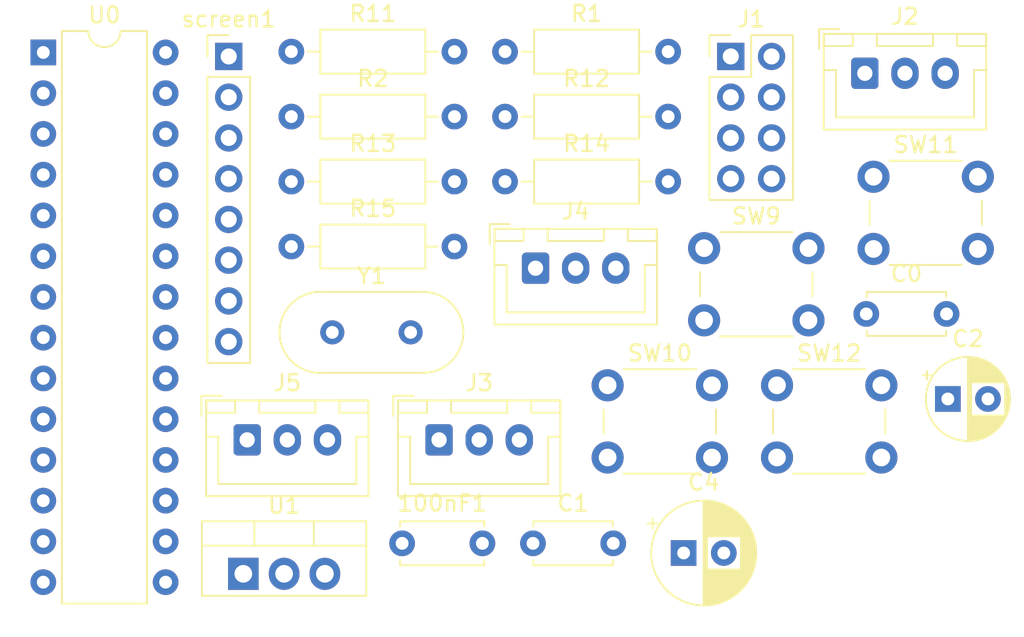
<source format=kicad_pcb>
(kicad_pcb (version 20171130) (host pcbnew "(5.1.6)-1")

  (general
    (thickness 1.6)
    (drawings 0)
    (tracks 0)
    (zones 0)
    (modules 25)
    (nets 40)
  )

  (page A4)
  (layers
    (0 F.Cu signal)
    (31 B.Cu signal)
    (32 B.Adhes user)
    (33 F.Adhes user)
    (34 B.Paste user)
    (35 F.Paste user)
    (36 B.SilkS user)
    (37 F.SilkS user)
    (38 B.Mask user)
    (39 F.Mask user)
    (40 Dwgs.User user)
    (41 Cmts.User user)
    (42 Eco1.User user)
    (43 Eco2.User user)
    (44 Edge.Cuts user)
    (45 Margin user)
    (46 B.CrtYd user)
    (47 F.CrtYd user)
    (48 B.Fab user)
    (49 F.Fab user)
  )

  (setup
    (last_trace_width 0.25)
    (trace_clearance 0.2)
    (zone_clearance 0.508)
    (zone_45_only no)
    (trace_min 0.2)
    (via_size 0.8)
    (via_drill 0.4)
    (via_min_size 0.4)
    (via_min_drill 0.3)
    (uvia_size 0.3)
    (uvia_drill 0.1)
    (uvias_allowed no)
    (uvia_min_size 0.2)
    (uvia_min_drill 0.1)
    (edge_width 0.05)
    (segment_width 0.2)
    (pcb_text_width 0.3)
    (pcb_text_size 1.5 1.5)
    (mod_edge_width 0.12)
    (mod_text_size 1 1)
    (mod_text_width 0.15)
    (pad_size 1.524 1.524)
    (pad_drill 0.762)
    (pad_to_mask_clearance 0.05)
    (aux_axis_origin 0 0)
    (visible_elements FFFFFF7F)
    (pcbplotparams
      (layerselection 0x010fc_ffffffff)
      (usegerberextensions false)
      (usegerberattributes true)
      (usegerberadvancedattributes true)
      (creategerberjobfile true)
      (excludeedgelayer true)
      (linewidth 0.100000)
      (plotframeref false)
      (viasonmask false)
      (mode 1)
      (useauxorigin false)
      (hpglpennumber 1)
      (hpglpenspeed 20)
      (hpglpendiameter 15.000000)
      (psnegative false)
      (psa4output false)
      (plotreference true)
      (plotvalue true)
      (plotinvisibletext false)
      (padsonsilk false)
      (subtractmaskfromsilk false)
      (outputformat 1)
      (mirror false)
      (drillshape 1)
      (scaleselection 1)
      (outputdirectory ""))
  )

  (net 0 "")
  (net 1 GND)
  (net 2 3.2V)
  (net 3 "Net-(C0-Pad2)")
  (net 4 "Net-(C1-Pad1)")
  (net 5 +5V)
  (net 6 "Net-(J1-Pad8)")
  (net 7 "Net-(J1-Pad7)")
  (net 8 "Net-(J1-Pad6)")
  (net 9 "Net-(J1-Pad4)")
  (net 10 "Net-(J1-Pad3)")
  (net 11 "Net-(J1-Pad2)")
  (net 12 "Net-(J2-Pad2)")
  (net 13 "Net-(J2-Pad1)")
  (net 14 "Net-(J3-Pad1)")
  (net 15 "Net-(J4-Pad1)")
  (net 16 "Net-(J5-Pad1)")
  (net 17 "Net-(R1-Pad1)")
  (net 18 "Net-(R11-Pad2)")
  (net 19 "Net-(R12-Pad2)")
  (net 20 "Net-(R13-Pad2)")
  (net 21 "Net-(R14-Pad1)")
  (net 22 "Net-(screen1-Pad8)")
  (net 23 "Net-(U0-Pad14)")
  (net 24 "Net-(U0-Pad13)")
  (net 25 "Net-(U0-Pad28)")
  (net 26 "Net-(U0-Pad26)")
  (net 27 "Net-(U0-Pad12)")
  (net 28 "Net-(U0-Pad25)")
  (net 29 "Net-(U0-Pad11)")
  (net 30 "Net-(U0-Pad24)")
  (net 31 "Net-(U0-Pad23)")
  (net 32 "Net-(U0-Pad21)")
  (net 33 "Net-(U0-Pad20)")
  (net 34 "Net-(U0-Pad6)")
  (net 35 "Net-(U0-Pad5)")
  (net 36 "Net-(U0-Pad4)")
  (net 37 "Net-(U0-Pad3)")
  (net 38 "Net-(U0-Pad2)")
  (net 39 "Net-(U0-Pad1)")

  (net_class Default "This is the default net class."
    (clearance 0.2)
    (trace_width 0.25)
    (via_dia 0.8)
    (via_drill 0.4)
    (uvia_dia 0.3)
    (uvia_drill 0.1)
    (add_net +5V)
    (add_net 3.2V)
    (add_net GND)
    (add_net "Net-(C0-Pad2)")
    (add_net "Net-(C1-Pad1)")
    (add_net "Net-(J1-Pad2)")
    (add_net "Net-(J1-Pad3)")
    (add_net "Net-(J1-Pad4)")
    (add_net "Net-(J1-Pad6)")
    (add_net "Net-(J1-Pad7)")
    (add_net "Net-(J1-Pad8)")
    (add_net "Net-(J2-Pad1)")
    (add_net "Net-(J2-Pad2)")
    (add_net "Net-(J3-Pad1)")
    (add_net "Net-(J4-Pad1)")
    (add_net "Net-(J5-Pad1)")
    (add_net "Net-(R1-Pad1)")
    (add_net "Net-(R11-Pad2)")
    (add_net "Net-(R12-Pad2)")
    (add_net "Net-(R13-Pad2)")
    (add_net "Net-(R14-Pad1)")
    (add_net "Net-(U0-Pad1)")
    (add_net "Net-(U0-Pad11)")
    (add_net "Net-(U0-Pad12)")
    (add_net "Net-(U0-Pad13)")
    (add_net "Net-(U0-Pad14)")
    (add_net "Net-(U0-Pad2)")
    (add_net "Net-(U0-Pad20)")
    (add_net "Net-(U0-Pad21)")
    (add_net "Net-(U0-Pad23)")
    (add_net "Net-(U0-Pad24)")
    (add_net "Net-(U0-Pad25)")
    (add_net "Net-(U0-Pad26)")
    (add_net "Net-(U0-Pad28)")
    (add_net "Net-(U0-Pad3)")
    (add_net "Net-(U0-Pad4)")
    (add_net "Net-(U0-Pad5)")
    (add_net "Net-(U0-Pad6)")
    (add_net "Net-(screen1-Pad8)")
  )

  (module Crystal:Crystal_HC49-4H_Vertical (layer F.Cu) (tedit 5A1AD3B7) (tstamp 5F5106AD)
    (at 135.35 97.34)
    (descr "Crystal THT HC-49-4H http://5hertz.com/pdfs/04404_D.pdf")
    (tags "THT crystalHC-49-4H")
    (path /5F4C630D)
    (fp_text reference Y1 (at 2.44 -3.525) (layer F.SilkS)
      (effects (font (size 1 1) (thickness 0.15)))
    )
    (fp_text value Crystal-16Mhz (at 2.44 3.525) (layer F.Fab)
      (effects (font (size 1 1) (thickness 0.15)))
    )
    (fp_arc (start 5.64 0) (end 5.64 -2.525) (angle 180) (layer F.SilkS) (width 0.12))
    (fp_arc (start -0.76 0) (end -0.76 -2.525) (angle -180) (layer F.SilkS) (width 0.12))
    (fp_arc (start 5.44 0) (end 5.44 -2) (angle 180) (layer F.Fab) (width 0.1))
    (fp_arc (start -0.56 0) (end -0.56 -2) (angle -180) (layer F.Fab) (width 0.1))
    (fp_arc (start 5.64 0) (end 5.64 -2.325) (angle 180) (layer F.Fab) (width 0.1))
    (fp_arc (start -0.76 0) (end -0.76 -2.325) (angle -180) (layer F.Fab) (width 0.1))
    (fp_text user %R (at 2.44 0) (layer F.Fab)
      (effects (font (size 1 1) (thickness 0.15)))
    )
    (fp_line (start -0.76 -2.325) (end 5.64 -2.325) (layer F.Fab) (width 0.1))
    (fp_line (start -0.76 2.325) (end 5.64 2.325) (layer F.Fab) (width 0.1))
    (fp_line (start -0.56 -2) (end 5.44 -2) (layer F.Fab) (width 0.1))
    (fp_line (start -0.56 2) (end 5.44 2) (layer F.Fab) (width 0.1))
    (fp_line (start -0.76 -2.525) (end 5.64 -2.525) (layer F.SilkS) (width 0.12))
    (fp_line (start -0.76 2.525) (end 5.64 2.525) (layer F.SilkS) (width 0.12))
    (fp_line (start -3.6 -2.8) (end -3.6 2.8) (layer F.CrtYd) (width 0.05))
    (fp_line (start -3.6 2.8) (end 8.5 2.8) (layer F.CrtYd) (width 0.05))
    (fp_line (start 8.5 2.8) (end 8.5 -2.8) (layer F.CrtYd) (width 0.05))
    (fp_line (start 8.5 -2.8) (end -3.6 -2.8) (layer F.CrtYd) (width 0.05))
    (pad 2 thru_hole circle (at 4.88 0) (size 1.5 1.5) (drill 0.8) (layers *.Cu *.Mask)
      (net 4 "Net-(C1-Pad1)"))
    (pad 1 thru_hole circle (at 0 0) (size 1.5 1.5) (drill 0.8) (layers *.Cu *.Mask)
      (net 3 "Net-(C0-Pad2)"))
    (model ${KISYS3DMOD}/Crystal.3dshapes/Crystal_HC49-4H_Vertical.wrl
      (at (xyz 0 0 0))
      (scale (xyz 1 1 1))
      (rotate (xyz 0 0 0))
    )
  )

  (module Package_TO_SOT_THT:TO-220-3_Vertical (layer F.Cu) (tedit 5AC8BA0D) (tstamp 5F510696)
    (at 129.81 112.39)
    (descr "TO-220-3, Vertical, RM 2.54mm, see https://www.vishay.com/docs/66542/to-220-1.pdf")
    (tags "TO-220-3 Vertical RM 2.54mm")
    (path /5F4CF46E)
    (fp_text reference U1 (at 2.54 -4.27) (layer F.SilkS)
      (effects (font (size 1 1) (thickness 0.15)))
    )
    (fp_text value LM317_TO-220 (at 2.54 2.5) (layer F.Fab)
      (effects (font (size 1 1) (thickness 0.15)))
    )
    (fp_text user %R (at 2.54 -4.27) (layer F.Fab)
      (effects (font (size 1 1) (thickness 0.15)))
    )
    (fp_line (start -2.46 -3.15) (end -2.46 1.25) (layer F.Fab) (width 0.1))
    (fp_line (start -2.46 1.25) (end 7.54 1.25) (layer F.Fab) (width 0.1))
    (fp_line (start 7.54 1.25) (end 7.54 -3.15) (layer F.Fab) (width 0.1))
    (fp_line (start 7.54 -3.15) (end -2.46 -3.15) (layer F.Fab) (width 0.1))
    (fp_line (start -2.46 -1.88) (end 7.54 -1.88) (layer F.Fab) (width 0.1))
    (fp_line (start 0.69 -3.15) (end 0.69 -1.88) (layer F.Fab) (width 0.1))
    (fp_line (start 4.39 -3.15) (end 4.39 -1.88) (layer F.Fab) (width 0.1))
    (fp_line (start -2.58 -3.27) (end 7.66 -3.27) (layer F.SilkS) (width 0.12))
    (fp_line (start -2.58 1.371) (end 7.66 1.371) (layer F.SilkS) (width 0.12))
    (fp_line (start -2.58 -3.27) (end -2.58 1.371) (layer F.SilkS) (width 0.12))
    (fp_line (start 7.66 -3.27) (end 7.66 1.371) (layer F.SilkS) (width 0.12))
    (fp_line (start -2.58 -1.76) (end 7.66 -1.76) (layer F.SilkS) (width 0.12))
    (fp_line (start 0.69 -3.27) (end 0.69 -1.76) (layer F.SilkS) (width 0.12))
    (fp_line (start 4.391 -3.27) (end 4.391 -1.76) (layer F.SilkS) (width 0.12))
    (fp_line (start -2.71 -3.4) (end -2.71 1.51) (layer F.CrtYd) (width 0.05))
    (fp_line (start -2.71 1.51) (end 7.79 1.51) (layer F.CrtYd) (width 0.05))
    (fp_line (start 7.79 1.51) (end 7.79 -3.4) (layer F.CrtYd) (width 0.05))
    (fp_line (start 7.79 -3.4) (end -2.71 -3.4) (layer F.CrtYd) (width 0.05))
    (pad 3 thru_hole oval (at 5.08 0) (size 1.905 2) (drill 1.1) (layers *.Cu *.Mask)
      (net 17 "Net-(R1-Pad1)"))
    (pad 2 thru_hole oval (at 2.54 0) (size 1.905 2) (drill 1.1) (layers *.Cu *.Mask)
      (net 5 +5V))
    (pad 1 thru_hole rect (at 0 0) (size 1.905 2) (drill 1.1) (layers *.Cu *.Mask)
      (net 2 3.2V))
    (model ${KISYS3DMOD}/Package_TO_SOT_THT.3dshapes/TO-220-3_Vertical.wrl
      (at (xyz 0 0 0))
      (scale (xyz 1 1 1))
      (rotate (xyz 0 0 0))
    )
  )

  (module Package_DIP:DIP-28_W7.62mm (layer F.Cu) (tedit 5A02E8C5) (tstamp 5F51067C)
    (at 117.35 79.89)
    (descr "28-lead though-hole mounted DIP package, row spacing 7.62 mm (300 mils)")
    (tags "THT DIP DIL PDIP 2.54mm 7.62mm 300mil")
    (path /5F4BE18A)
    (fp_text reference U0 (at 3.81 -2.33) (layer F.SilkS)
      (effects (font (size 1 1) (thickness 0.15)))
    )
    (fp_text value ATmega328P-PU (at 3.81 35.35) (layer F.Fab)
      (effects (font (size 1 1) (thickness 0.15)))
    )
    (fp_text user %R (at 3.81 16.51) (layer F.Fab)
      (effects (font (size 1 1) (thickness 0.15)))
    )
    (fp_arc (start 3.81 -1.33) (end 2.81 -1.33) (angle -180) (layer F.SilkS) (width 0.12))
    (fp_line (start 1.635 -1.27) (end 6.985 -1.27) (layer F.Fab) (width 0.1))
    (fp_line (start 6.985 -1.27) (end 6.985 34.29) (layer F.Fab) (width 0.1))
    (fp_line (start 6.985 34.29) (end 0.635 34.29) (layer F.Fab) (width 0.1))
    (fp_line (start 0.635 34.29) (end 0.635 -0.27) (layer F.Fab) (width 0.1))
    (fp_line (start 0.635 -0.27) (end 1.635 -1.27) (layer F.Fab) (width 0.1))
    (fp_line (start 2.81 -1.33) (end 1.16 -1.33) (layer F.SilkS) (width 0.12))
    (fp_line (start 1.16 -1.33) (end 1.16 34.35) (layer F.SilkS) (width 0.12))
    (fp_line (start 1.16 34.35) (end 6.46 34.35) (layer F.SilkS) (width 0.12))
    (fp_line (start 6.46 34.35) (end 6.46 -1.33) (layer F.SilkS) (width 0.12))
    (fp_line (start 6.46 -1.33) (end 4.81 -1.33) (layer F.SilkS) (width 0.12))
    (fp_line (start -1.1 -1.55) (end -1.1 34.55) (layer F.CrtYd) (width 0.05))
    (fp_line (start -1.1 34.55) (end 8.7 34.55) (layer F.CrtYd) (width 0.05))
    (fp_line (start 8.7 34.55) (end 8.7 -1.55) (layer F.CrtYd) (width 0.05))
    (fp_line (start 8.7 -1.55) (end -1.1 -1.55) (layer F.CrtYd) (width 0.05))
    (pad 28 thru_hole oval (at 7.62 0) (size 1.6 1.6) (drill 0.8) (layers *.Cu *.Mask)
      (net 25 "Net-(U0-Pad28)"))
    (pad 14 thru_hole oval (at 0 33.02) (size 1.6 1.6) (drill 0.8) (layers *.Cu *.Mask)
      (net 23 "Net-(U0-Pad14)"))
    (pad 27 thru_hole oval (at 7.62 2.54) (size 1.6 1.6) (drill 0.8) (layers *.Cu *.Mask)
      (net 21 "Net-(R14-Pad1)"))
    (pad 13 thru_hole oval (at 0 30.48) (size 1.6 1.6) (drill 0.8) (layers *.Cu *.Mask)
      (net 24 "Net-(U0-Pad13)"))
    (pad 26 thru_hole oval (at 7.62 5.08) (size 1.6 1.6) (drill 0.8) (layers *.Cu *.Mask)
      (net 26 "Net-(U0-Pad26)"))
    (pad 12 thru_hole oval (at 0 27.94) (size 1.6 1.6) (drill 0.8) (layers *.Cu *.Mask)
      (net 27 "Net-(U0-Pad12)"))
    (pad 25 thru_hole oval (at 7.62 7.62) (size 1.6 1.6) (drill 0.8) (layers *.Cu *.Mask)
      (net 28 "Net-(U0-Pad25)"))
    (pad 11 thru_hole oval (at 0 25.4) (size 1.6 1.6) (drill 0.8) (layers *.Cu *.Mask)
      (net 29 "Net-(U0-Pad11)"))
    (pad 24 thru_hole oval (at 7.62 10.16) (size 1.6 1.6) (drill 0.8) (layers *.Cu *.Mask)
      (net 30 "Net-(U0-Pad24)"))
    (pad 10 thru_hole oval (at 0 22.86) (size 1.6 1.6) (drill 0.8) (layers *.Cu *.Mask)
      (net 4 "Net-(C1-Pad1)"))
    (pad 23 thru_hole oval (at 7.62 12.7) (size 1.6 1.6) (drill 0.8) (layers *.Cu *.Mask)
      (net 31 "Net-(U0-Pad23)"))
    (pad 9 thru_hole oval (at 0 20.32) (size 1.6 1.6) (drill 0.8) (layers *.Cu *.Mask)
      (net 3 "Net-(C0-Pad2)"))
    (pad 22 thru_hole oval (at 7.62 15.24) (size 1.6 1.6) (drill 0.8) (layers *.Cu *.Mask)
      (net 1 GND))
    (pad 8 thru_hole oval (at 0 17.78) (size 1.6 1.6) (drill 0.8) (layers *.Cu *.Mask)
      (net 1 GND))
    (pad 21 thru_hole oval (at 7.62 17.78) (size 1.6 1.6) (drill 0.8) (layers *.Cu *.Mask)
      (net 32 "Net-(U0-Pad21)"))
    (pad 7 thru_hole oval (at 0 15.24) (size 1.6 1.6) (drill 0.8) (layers *.Cu *.Mask)
      (net 5 +5V))
    (pad 20 thru_hole oval (at 7.62 20.32) (size 1.6 1.6) (drill 0.8) (layers *.Cu *.Mask)
      (net 33 "Net-(U0-Pad20)"))
    (pad 6 thru_hole oval (at 0 12.7) (size 1.6 1.6) (drill 0.8) (layers *.Cu *.Mask)
      (net 34 "Net-(U0-Pad6)"))
    (pad 19 thru_hole oval (at 7.62 22.86) (size 1.6 1.6) (drill 0.8) (layers *.Cu *.Mask)
      (net 10 "Net-(J1-Pad3)"))
    (pad 5 thru_hole oval (at 0 10.16) (size 1.6 1.6) (drill 0.8) (layers *.Cu *.Mask)
      (net 35 "Net-(U0-Pad5)"))
    (pad 18 thru_hole oval (at 7.62 25.4) (size 1.6 1.6) (drill 0.8) (layers *.Cu *.Mask)
      (net 9 "Net-(J1-Pad4)"))
    (pad 4 thru_hole oval (at 0 7.62) (size 1.6 1.6) (drill 0.8) (layers *.Cu *.Mask)
      (net 36 "Net-(U0-Pad4)"))
    (pad 17 thru_hole oval (at 7.62 27.94) (size 1.6 1.6) (drill 0.8) (layers *.Cu *.Mask)
      (net 7 "Net-(J1-Pad7)"))
    (pad 3 thru_hole oval (at 0 5.08) (size 1.6 1.6) (drill 0.8) (layers *.Cu *.Mask)
      (net 37 "Net-(U0-Pad3)"))
    (pad 16 thru_hole oval (at 7.62 30.48) (size 1.6 1.6) (drill 0.8) (layers *.Cu *.Mask)
      (net 8 "Net-(J1-Pad6)"))
    (pad 2 thru_hole oval (at 0 2.54) (size 1.6 1.6) (drill 0.8) (layers *.Cu *.Mask)
      (net 38 "Net-(U0-Pad2)"))
    (pad 15 thru_hole oval (at 7.62 33.02) (size 1.6 1.6) (drill 0.8) (layers *.Cu *.Mask)
      (net 11 "Net-(J1-Pad2)"))
    (pad 1 thru_hole rect (at 0 0) (size 1.6 1.6) (drill 0.8) (layers *.Cu *.Mask)
      (net 39 "Net-(U0-Pad1)"))
    (model ${KISYS3DMOD}/Package_DIP.3dshapes/DIP-28_W7.62mm.wrl
      (at (xyz 0 0 0))
      (scale (xyz 1 1 1))
      (rotate (xyz 0 0 0))
    )
  )

  (module Button_Switch_THT:SW_PUSH_6mm_H4.3mm (layer F.Cu) (tedit 5A02FE31) (tstamp 5F51064C)
    (at 163.05 100.64)
    (descr "tactile push button, 6x6mm e.g. PHAP33xx series, height=4.3mm")
    (tags "tact sw push 6mm")
    (path /5F4C2046)
    (fp_text reference SW12 (at 3.25 -2) (layer F.SilkS)
      (effects (font (size 1 1) (thickness 0.15)))
    )
    (fp_text value SW_Push_ok/modify (at 3.75 6.7) (layer F.Fab)
      (effects (font (size 1 1) (thickness 0.15)))
    )
    (fp_text user %R (at 3.25 2.25) (layer F.Fab)
      (effects (font (size 1 1) (thickness 0.15)))
    )
    (fp_line (start 3.25 -0.75) (end 6.25 -0.75) (layer F.Fab) (width 0.1))
    (fp_line (start 6.25 -0.75) (end 6.25 5.25) (layer F.Fab) (width 0.1))
    (fp_line (start 6.25 5.25) (end 0.25 5.25) (layer F.Fab) (width 0.1))
    (fp_line (start 0.25 5.25) (end 0.25 -0.75) (layer F.Fab) (width 0.1))
    (fp_line (start 0.25 -0.75) (end 3.25 -0.75) (layer F.Fab) (width 0.1))
    (fp_line (start 7.75 6) (end 8 6) (layer F.CrtYd) (width 0.05))
    (fp_line (start 8 6) (end 8 5.75) (layer F.CrtYd) (width 0.05))
    (fp_line (start 7.75 -1.5) (end 8 -1.5) (layer F.CrtYd) (width 0.05))
    (fp_line (start 8 -1.5) (end 8 -1.25) (layer F.CrtYd) (width 0.05))
    (fp_line (start -1.5 -1.25) (end -1.5 -1.5) (layer F.CrtYd) (width 0.05))
    (fp_line (start -1.5 -1.5) (end -1.25 -1.5) (layer F.CrtYd) (width 0.05))
    (fp_line (start -1.5 5.75) (end -1.5 6) (layer F.CrtYd) (width 0.05))
    (fp_line (start -1.5 6) (end -1.25 6) (layer F.CrtYd) (width 0.05))
    (fp_line (start -1.25 -1.5) (end 7.75 -1.5) (layer F.CrtYd) (width 0.05))
    (fp_line (start -1.5 5.75) (end -1.5 -1.25) (layer F.CrtYd) (width 0.05))
    (fp_line (start 7.75 6) (end -1.25 6) (layer F.CrtYd) (width 0.05))
    (fp_line (start 8 -1.25) (end 8 5.75) (layer F.CrtYd) (width 0.05))
    (fp_line (start 1 5.5) (end 5.5 5.5) (layer F.SilkS) (width 0.12))
    (fp_line (start -0.25 1.5) (end -0.25 3) (layer F.SilkS) (width 0.12))
    (fp_line (start 5.5 -1) (end 1 -1) (layer F.SilkS) (width 0.12))
    (fp_line (start 6.75 3) (end 6.75 1.5) (layer F.SilkS) (width 0.12))
    (fp_circle (center 3.25 2.25) (end 1.25 2.5) (layer F.Fab) (width 0.1))
    (pad 1 thru_hole circle (at 6.5 0 90) (size 2 2) (drill 1.1) (layers *.Cu *.Mask)
      (net 5 +5V))
    (pad 2 thru_hole circle (at 6.5 4.5 90) (size 2 2) (drill 1.1) (layers *.Cu *.Mask)
      (net 20 "Net-(R13-Pad2)"))
    (pad 1 thru_hole circle (at 0 0 90) (size 2 2) (drill 1.1) (layers *.Cu *.Mask)
      (net 5 +5V))
    (pad 2 thru_hole circle (at 0 4.5 90) (size 2 2) (drill 1.1) (layers *.Cu *.Mask)
      (net 20 "Net-(R13-Pad2)"))
    (model ${KISYS3DMOD}/Button_Switch_THT.3dshapes/SW_PUSH_6mm_H4.3mm.wrl
      (at (xyz 0 0 0))
      (scale (xyz 1 1 1))
      (rotate (xyz 0 0 0))
    )
  )

  (module Button_Switch_THT:SW_PUSH_6mm_H4.3mm (layer F.Cu) (tedit 5A02FE31) (tstamp 5F51062D)
    (at 169.06 87.64)
    (descr "tactile push button, 6x6mm e.g. PHAP33xx series, height=4.3mm")
    (tags "tact sw push 6mm")
    (path /5F4C194C)
    (fp_text reference SW11 (at 3.25 -2) (layer F.SilkS)
      (effects (font (size 1 1) (thickness 0.15)))
    )
    (fp_text value SW_Push_down (at 3.75 6.7) (layer F.Fab)
      (effects (font (size 1 1) (thickness 0.15)))
    )
    (fp_text user %R (at 3.25 2.25) (layer F.Fab)
      (effects (font (size 1 1) (thickness 0.15)))
    )
    (fp_line (start 3.25 -0.75) (end 6.25 -0.75) (layer F.Fab) (width 0.1))
    (fp_line (start 6.25 -0.75) (end 6.25 5.25) (layer F.Fab) (width 0.1))
    (fp_line (start 6.25 5.25) (end 0.25 5.25) (layer F.Fab) (width 0.1))
    (fp_line (start 0.25 5.25) (end 0.25 -0.75) (layer F.Fab) (width 0.1))
    (fp_line (start 0.25 -0.75) (end 3.25 -0.75) (layer F.Fab) (width 0.1))
    (fp_line (start 7.75 6) (end 8 6) (layer F.CrtYd) (width 0.05))
    (fp_line (start 8 6) (end 8 5.75) (layer F.CrtYd) (width 0.05))
    (fp_line (start 7.75 -1.5) (end 8 -1.5) (layer F.CrtYd) (width 0.05))
    (fp_line (start 8 -1.5) (end 8 -1.25) (layer F.CrtYd) (width 0.05))
    (fp_line (start -1.5 -1.25) (end -1.5 -1.5) (layer F.CrtYd) (width 0.05))
    (fp_line (start -1.5 -1.5) (end -1.25 -1.5) (layer F.CrtYd) (width 0.05))
    (fp_line (start -1.5 5.75) (end -1.5 6) (layer F.CrtYd) (width 0.05))
    (fp_line (start -1.5 6) (end -1.25 6) (layer F.CrtYd) (width 0.05))
    (fp_line (start -1.25 -1.5) (end 7.75 -1.5) (layer F.CrtYd) (width 0.05))
    (fp_line (start -1.5 5.75) (end -1.5 -1.25) (layer F.CrtYd) (width 0.05))
    (fp_line (start 7.75 6) (end -1.25 6) (layer F.CrtYd) (width 0.05))
    (fp_line (start 8 -1.25) (end 8 5.75) (layer F.CrtYd) (width 0.05))
    (fp_line (start 1 5.5) (end 5.5 5.5) (layer F.SilkS) (width 0.12))
    (fp_line (start -0.25 1.5) (end -0.25 3) (layer F.SilkS) (width 0.12))
    (fp_line (start 5.5 -1) (end 1 -1) (layer F.SilkS) (width 0.12))
    (fp_line (start 6.75 3) (end 6.75 1.5) (layer F.SilkS) (width 0.12))
    (fp_circle (center 3.25 2.25) (end 1.25 2.5) (layer F.Fab) (width 0.1))
    (pad 1 thru_hole circle (at 6.5 0 90) (size 2 2) (drill 1.1) (layers *.Cu *.Mask)
      (net 5 +5V))
    (pad 2 thru_hole circle (at 6.5 4.5 90) (size 2 2) (drill 1.1) (layers *.Cu *.Mask)
      (net 19 "Net-(R12-Pad2)"))
    (pad 1 thru_hole circle (at 0 0 90) (size 2 2) (drill 1.1) (layers *.Cu *.Mask)
      (net 5 +5V))
    (pad 2 thru_hole circle (at 0 4.5 90) (size 2 2) (drill 1.1) (layers *.Cu *.Mask)
      (net 19 "Net-(R12-Pad2)"))
    (model ${KISYS3DMOD}/Button_Switch_THT.3dshapes/SW_PUSH_6mm_H4.3mm.wrl
      (at (xyz 0 0 0))
      (scale (xyz 1 1 1))
      (rotate (xyz 0 0 0))
    )
  )

  (module Button_Switch_THT:SW_PUSH_6mm_H4.3mm (layer F.Cu) (tedit 5A02FE31) (tstamp 5F51060E)
    (at 152.5 100.64)
    (descr "tactile push button, 6x6mm e.g. PHAP33xx series, height=4.3mm")
    (tags "tact sw push 6mm")
    (path /5F4C0B93)
    (fp_text reference SW10 (at 3.25 -2) (layer F.SilkS)
      (effects (font (size 1 1) (thickness 0.15)))
    )
    (fp_text value SW_Push_up (at 3.75 6.7) (layer F.Fab)
      (effects (font (size 1 1) (thickness 0.15)))
    )
    (fp_text user %R (at 3.25 2.25) (layer F.Fab)
      (effects (font (size 1 1) (thickness 0.15)))
    )
    (fp_line (start 3.25 -0.75) (end 6.25 -0.75) (layer F.Fab) (width 0.1))
    (fp_line (start 6.25 -0.75) (end 6.25 5.25) (layer F.Fab) (width 0.1))
    (fp_line (start 6.25 5.25) (end 0.25 5.25) (layer F.Fab) (width 0.1))
    (fp_line (start 0.25 5.25) (end 0.25 -0.75) (layer F.Fab) (width 0.1))
    (fp_line (start 0.25 -0.75) (end 3.25 -0.75) (layer F.Fab) (width 0.1))
    (fp_line (start 7.75 6) (end 8 6) (layer F.CrtYd) (width 0.05))
    (fp_line (start 8 6) (end 8 5.75) (layer F.CrtYd) (width 0.05))
    (fp_line (start 7.75 -1.5) (end 8 -1.5) (layer F.CrtYd) (width 0.05))
    (fp_line (start 8 -1.5) (end 8 -1.25) (layer F.CrtYd) (width 0.05))
    (fp_line (start -1.5 -1.25) (end -1.5 -1.5) (layer F.CrtYd) (width 0.05))
    (fp_line (start -1.5 -1.5) (end -1.25 -1.5) (layer F.CrtYd) (width 0.05))
    (fp_line (start -1.5 5.75) (end -1.5 6) (layer F.CrtYd) (width 0.05))
    (fp_line (start -1.5 6) (end -1.25 6) (layer F.CrtYd) (width 0.05))
    (fp_line (start -1.25 -1.5) (end 7.75 -1.5) (layer F.CrtYd) (width 0.05))
    (fp_line (start -1.5 5.75) (end -1.5 -1.25) (layer F.CrtYd) (width 0.05))
    (fp_line (start 7.75 6) (end -1.25 6) (layer F.CrtYd) (width 0.05))
    (fp_line (start 8 -1.25) (end 8 5.75) (layer F.CrtYd) (width 0.05))
    (fp_line (start 1 5.5) (end 5.5 5.5) (layer F.SilkS) (width 0.12))
    (fp_line (start -0.25 1.5) (end -0.25 3) (layer F.SilkS) (width 0.12))
    (fp_line (start 5.5 -1) (end 1 -1) (layer F.SilkS) (width 0.12))
    (fp_line (start 6.75 3) (end 6.75 1.5) (layer F.SilkS) (width 0.12))
    (fp_circle (center 3.25 2.25) (end 1.25 2.5) (layer F.Fab) (width 0.1))
    (pad 1 thru_hole circle (at 6.5 0 90) (size 2 2) (drill 1.1) (layers *.Cu *.Mask)
      (net 5 +5V))
    (pad 2 thru_hole circle (at 6.5 4.5 90) (size 2 2) (drill 1.1) (layers *.Cu *.Mask)
      (net 18 "Net-(R11-Pad2)"))
    (pad 1 thru_hole circle (at 0 0 90) (size 2 2) (drill 1.1) (layers *.Cu *.Mask)
      (net 5 +5V))
    (pad 2 thru_hole circle (at 0 4.5 90) (size 2 2) (drill 1.1) (layers *.Cu *.Mask)
      (net 18 "Net-(R11-Pad2)"))
    (model ${KISYS3DMOD}/Button_Switch_THT.3dshapes/SW_PUSH_6mm_H4.3mm.wrl
      (at (xyz 0 0 0))
      (scale (xyz 1 1 1))
      (rotate (xyz 0 0 0))
    )
  )

  (module Button_Switch_THT:SW_PUSH_6mm_H4.3mm (layer F.Cu) (tedit 5A02FE31) (tstamp 5F5105EF)
    (at 158.51 92.09)
    (descr "tactile push button, 6x6mm e.g. PHAP33xx series, height=4.3mm")
    (tags "tact sw push 6mm")
    (path /5F4C2341)
    (fp_text reference SW9 (at 3.25 -2) (layer F.SilkS)
      (effects (font (size 1 1) (thickness 0.15)))
    )
    (fp_text value SW_Push_Menu/back (at 3.75 6.7) (layer F.Fab)
      (effects (font (size 1 1) (thickness 0.15)))
    )
    (fp_text user %R (at 3.25 2.25) (layer F.Fab)
      (effects (font (size 1 1) (thickness 0.15)))
    )
    (fp_line (start 3.25 -0.75) (end 6.25 -0.75) (layer F.Fab) (width 0.1))
    (fp_line (start 6.25 -0.75) (end 6.25 5.25) (layer F.Fab) (width 0.1))
    (fp_line (start 6.25 5.25) (end 0.25 5.25) (layer F.Fab) (width 0.1))
    (fp_line (start 0.25 5.25) (end 0.25 -0.75) (layer F.Fab) (width 0.1))
    (fp_line (start 0.25 -0.75) (end 3.25 -0.75) (layer F.Fab) (width 0.1))
    (fp_line (start 7.75 6) (end 8 6) (layer F.CrtYd) (width 0.05))
    (fp_line (start 8 6) (end 8 5.75) (layer F.CrtYd) (width 0.05))
    (fp_line (start 7.75 -1.5) (end 8 -1.5) (layer F.CrtYd) (width 0.05))
    (fp_line (start 8 -1.5) (end 8 -1.25) (layer F.CrtYd) (width 0.05))
    (fp_line (start -1.5 -1.25) (end -1.5 -1.5) (layer F.CrtYd) (width 0.05))
    (fp_line (start -1.5 -1.5) (end -1.25 -1.5) (layer F.CrtYd) (width 0.05))
    (fp_line (start -1.5 5.75) (end -1.5 6) (layer F.CrtYd) (width 0.05))
    (fp_line (start -1.5 6) (end -1.25 6) (layer F.CrtYd) (width 0.05))
    (fp_line (start -1.25 -1.5) (end 7.75 -1.5) (layer F.CrtYd) (width 0.05))
    (fp_line (start -1.5 5.75) (end -1.5 -1.25) (layer F.CrtYd) (width 0.05))
    (fp_line (start 7.75 6) (end -1.25 6) (layer F.CrtYd) (width 0.05))
    (fp_line (start 8 -1.25) (end 8 5.75) (layer F.CrtYd) (width 0.05))
    (fp_line (start 1 5.5) (end 5.5 5.5) (layer F.SilkS) (width 0.12))
    (fp_line (start -0.25 1.5) (end -0.25 3) (layer F.SilkS) (width 0.12))
    (fp_line (start 5.5 -1) (end 1 -1) (layer F.SilkS) (width 0.12))
    (fp_line (start 6.75 3) (end 6.75 1.5) (layer F.SilkS) (width 0.12))
    (fp_circle (center 3.25 2.25) (end 1.25 2.5) (layer F.Fab) (width 0.1))
    (pad 1 thru_hole circle (at 6.5 0 90) (size 2 2) (drill 1.1) (layers *.Cu *.Mask)
      (net 5 +5V))
    (pad 2 thru_hole circle (at 6.5 4.5 90) (size 2 2) (drill 1.1) (layers *.Cu *.Mask)
      (net 16 "Net-(J5-Pad1)"))
    (pad 1 thru_hole circle (at 0 0 90) (size 2 2) (drill 1.1) (layers *.Cu *.Mask)
      (net 5 +5V))
    (pad 2 thru_hole circle (at 0 4.5 90) (size 2 2) (drill 1.1) (layers *.Cu *.Mask)
      (net 16 "Net-(J5-Pad1)"))
    (model ${KISYS3DMOD}/Button_Switch_THT.3dshapes/SW_PUSH_6mm_H4.3mm.wrl
      (at (xyz 0 0 0))
      (scale (xyz 1 1 1))
      (rotate (xyz 0 0 0))
    )
  )

  (module Connector_PinHeader_2.54mm:PinHeader_1x08_P2.54mm_Vertical (layer F.Cu) (tedit 59FED5CC) (tstamp 5F5105D0)
    (at 128.9 80.14)
    (descr "Through hole straight pin header, 1x08, 2.54mm pitch, single row")
    (tags "Through hole pin header THT 1x08 2.54mm single row")
    (path /5F4CE562)
    (fp_text reference screen1 (at 0 -2.33) (layer F.SilkS)
      (effects (font (size 1 1) (thickness 0.15)))
    )
    (fp_text value ST7735 (at 0 20.11) (layer F.Fab)
      (effects (font (size 1 1) (thickness 0.15)))
    )
    (fp_text user %R (at 0 8.89 90) (layer F.Fab)
      (effects (font (size 1 1) (thickness 0.15)))
    )
    (fp_line (start -0.635 -1.27) (end 1.27 -1.27) (layer F.Fab) (width 0.1))
    (fp_line (start 1.27 -1.27) (end 1.27 19.05) (layer F.Fab) (width 0.1))
    (fp_line (start 1.27 19.05) (end -1.27 19.05) (layer F.Fab) (width 0.1))
    (fp_line (start -1.27 19.05) (end -1.27 -0.635) (layer F.Fab) (width 0.1))
    (fp_line (start -1.27 -0.635) (end -0.635 -1.27) (layer F.Fab) (width 0.1))
    (fp_line (start -1.33 19.11) (end 1.33 19.11) (layer F.SilkS) (width 0.12))
    (fp_line (start -1.33 1.27) (end -1.33 19.11) (layer F.SilkS) (width 0.12))
    (fp_line (start 1.33 1.27) (end 1.33 19.11) (layer F.SilkS) (width 0.12))
    (fp_line (start -1.33 1.27) (end 1.33 1.27) (layer F.SilkS) (width 0.12))
    (fp_line (start -1.33 0) (end -1.33 -1.33) (layer F.SilkS) (width 0.12))
    (fp_line (start -1.33 -1.33) (end 0 -1.33) (layer F.SilkS) (width 0.12))
    (fp_line (start -1.8 -1.8) (end -1.8 19.55) (layer F.CrtYd) (width 0.05))
    (fp_line (start -1.8 19.55) (end 1.8 19.55) (layer F.CrtYd) (width 0.05))
    (fp_line (start 1.8 19.55) (end 1.8 -1.8) (layer F.CrtYd) (width 0.05))
    (fp_line (start 1.8 -1.8) (end -1.8 -1.8) (layer F.CrtYd) (width 0.05))
    (pad 8 thru_hole oval (at 0 17.78) (size 1.7 1.7) (drill 1) (layers *.Cu *.Mask)
      (net 22 "Net-(screen1-Pad8)"))
    (pad 7 thru_hole oval (at 0 15.24) (size 1.7 1.7) (drill 1) (layers *.Cu *.Mask)
      (net 5 +5V))
    (pad 6 thru_hole oval (at 0 12.7) (size 1.7 1.7) (drill 1) (layers *.Cu *.Mask)
      (net 1 GND))
    (pad 5 thru_hole oval (at 0 10.16) (size 1.7 1.7) (drill 1) (layers *.Cu *.Mask)
      (net 23 "Net-(U0-Pad14)"))
    (pad 4 thru_hole oval (at 0 7.62) (size 1.7 1.7) (drill 1) (layers *.Cu *.Mask)
      (net 24 "Net-(U0-Pad13)"))
    (pad 3 thru_hole oval (at 0 5.08) (size 1.7 1.7) (drill 1) (layers *.Cu *.Mask)
      (net 11 "Net-(J1-Pad2)"))
    (pad 2 thru_hole oval (at 0 2.54) (size 1.7 1.7) (drill 1) (layers *.Cu *.Mask)
      (net 7 "Net-(J1-Pad7)"))
    (pad 1 thru_hole rect (at 0 0) (size 1.7 1.7) (drill 1) (layers *.Cu *.Mask)
      (net 10 "Net-(J1-Pad3)"))
    (model ${KISYS3DMOD}/Connector_PinHeader_2.54mm.3dshapes/PinHeader_1x08_P2.54mm_Vertical.wrl
      (at (xyz 0 0 0))
      (scale (xyz 1 1 1))
      (rotate (xyz 0 0 0))
    )
  )

  (module Resistor_THT:R_Axial_DIN0207_L6.3mm_D2.5mm_P10.16mm_Horizontal (layer F.Cu) (tedit 5AE5139B) (tstamp 5F5105B4)
    (at 132.8 91.99)
    (descr "Resistor, Axial_DIN0207 series, Axial, Horizontal, pin pitch=10.16mm, 0.25W = 1/4W, length*diameter=6.3*2.5mm^2, http://cdn-reichelt.de/documents/datenblatt/B400/1_4W%23YAG.pdf")
    (tags "Resistor Axial_DIN0207 series Axial Horizontal pin pitch 10.16mm 0.25W = 1/4W length 6.3mm diameter 2.5mm")
    (path /5F4E9DD2)
    (fp_text reference R15 (at 5.08 -2.37) (layer F.SilkS)
      (effects (font (size 1 1) (thickness 0.15)))
    )
    (fp_text value 2Kohm (at 5.08 2.37) (layer F.Fab)
      (effects (font (size 1 1) (thickness 0.15)))
    )
    (fp_text user %R (at 5.08 0) (layer F.Fab)
      (effects (font (size 1 1) (thickness 0.15)))
    )
    (fp_line (start 1.93 -1.25) (end 1.93 1.25) (layer F.Fab) (width 0.1))
    (fp_line (start 1.93 1.25) (end 8.23 1.25) (layer F.Fab) (width 0.1))
    (fp_line (start 8.23 1.25) (end 8.23 -1.25) (layer F.Fab) (width 0.1))
    (fp_line (start 8.23 -1.25) (end 1.93 -1.25) (layer F.Fab) (width 0.1))
    (fp_line (start 0 0) (end 1.93 0) (layer F.Fab) (width 0.1))
    (fp_line (start 10.16 0) (end 8.23 0) (layer F.Fab) (width 0.1))
    (fp_line (start 1.81 -1.37) (end 1.81 1.37) (layer F.SilkS) (width 0.12))
    (fp_line (start 1.81 1.37) (end 8.35 1.37) (layer F.SilkS) (width 0.12))
    (fp_line (start 8.35 1.37) (end 8.35 -1.37) (layer F.SilkS) (width 0.12))
    (fp_line (start 8.35 -1.37) (end 1.81 -1.37) (layer F.SilkS) (width 0.12))
    (fp_line (start 1.04 0) (end 1.81 0) (layer F.SilkS) (width 0.12))
    (fp_line (start 9.12 0) (end 8.35 0) (layer F.SilkS) (width 0.12))
    (fp_line (start -1.05 -1.5) (end -1.05 1.5) (layer F.CrtYd) (width 0.05))
    (fp_line (start -1.05 1.5) (end 11.21 1.5) (layer F.CrtYd) (width 0.05))
    (fp_line (start 11.21 1.5) (end 11.21 -1.5) (layer F.CrtYd) (width 0.05))
    (fp_line (start 11.21 -1.5) (end -1.05 -1.5) (layer F.CrtYd) (width 0.05))
    (pad 2 thru_hole oval (at 10.16 0) (size 1.6 1.6) (drill 0.8) (layers *.Cu *.Mask)
      (net 21 "Net-(R14-Pad1)"))
    (pad 1 thru_hole circle (at 0 0) (size 1.6 1.6) (drill 0.8) (layers *.Cu *.Mask)
      (net 20 "Net-(R13-Pad2)"))
    (model ${KISYS3DMOD}/Resistor_THT.3dshapes/R_Axial_DIN0207_L6.3mm_D2.5mm_P10.16mm_Horizontal.wrl
      (at (xyz 0 0 0))
      (scale (xyz 1 1 1))
      (rotate (xyz 0 0 0))
    )
  )

  (module Resistor_THT:R_Axial_DIN0207_L6.3mm_D2.5mm_P10.16mm_Horizontal (layer F.Cu) (tedit 5AE5139B) (tstamp 5F51059D)
    (at 146.11 87.94)
    (descr "Resistor, Axial_DIN0207 series, Axial, Horizontal, pin pitch=10.16mm, 0.25W = 1/4W, length*diameter=6.3*2.5mm^2, http://cdn-reichelt.de/documents/datenblatt/B400/1_4W%23YAG.pdf")
    (tags "Resistor Axial_DIN0207 series Axial Horizontal pin pitch 10.16mm 0.25W = 1/4W length 6.3mm diameter 2.5mm")
    (path /5F4EA099)
    (fp_text reference R14 (at 5.08 -2.37) (layer F.SilkS)
      (effects (font (size 1 1) (thickness 0.15)))
    )
    (fp_text value 10Kohm (at 5.08 2.37) (layer F.Fab)
      (effects (font (size 1 1) (thickness 0.15)))
    )
    (fp_text user %R (at 5.08 0) (layer F.Fab)
      (effects (font (size 1 1) (thickness 0.15)))
    )
    (fp_line (start 1.93 -1.25) (end 1.93 1.25) (layer F.Fab) (width 0.1))
    (fp_line (start 1.93 1.25) (end 8.23 1.25) (layer F.Fab) (width 0.1))
    (fp_line (start 8.23 1.25) (end 8.23 -1.25) (layer F.Fab) (width 0.1))
    (fp_line (start 8.23 -1.25) (end 1.93 -1.25) (layer F.Fab) (width 0.1))
    (fp_line (start 0 0) (end 1.93 0) (layer F.Fab) (width 0.1))
    (fp_line (start 10.16 0) (end 8.23 0) (layer F.Fab) (width 0.1))
    (fp_line (start 1.81 -1.37) (end 1.81 1.37) (layer F.SilkS) (width 0.12))
    (fp_line (start 1.81 1.37) (end 8.35 1.37) (layer F.SilkS) (width 0.12))
    (fp_line (start 8.35 1.37) (end 8.35 -1.37) (layer F.SilkS) (width 0.12))
    (fp_line (start 8.35 -1.37) (end 1.81 -1.37) (layer F.SilkS) (width 0.12))
    (fp_line (start 1.04 0) (end 1.81 0) (layer F.SilkS) (width 0.12))
    (fp_line (start 9.12 0) (end 8.35 0) (layer F.SilkS) (width 0.12))
    (fp_line (start -1.05 -1.5) (end -1.05 1.5) (layer F.CrtYd) (width 0.05))
    (fp_line (start -1.05 1.5) (end 11.21 1.5) (layer F.CrtYd) (width 0.05))
    (fp_line (start 11.21 1.5) (end 11.21 -1.5) (layer F.CrtYd) (width 0.05))
    (fp_line (start 11.21 -1.5) (end -1.05 -1.5) (layer F.CrtYd) (width 0.05))
    (pad 2 thru_hole oval (at 10.16 0) (size 1.6 1.6) (drill 0.8) (layers *.Cu *.Mask)
      (net 1 GND))
    (pad 1 thru_hole circle (at 0 0) (size 1.6 1.6) (drill 0.8) (layers *.Cu *.Mask)
      (net 21 "Net-(R14-Pad1)"))
    (model ${KISYS3DMOD}/Resistor_THT.3dshapes/R_Axial_DIN0207_L6.3mm_D2.5mm_P10.16mm_Horizontal.wrl
      (at (xyz 0 0 0))
      (scale (xyz 1 1 1))
      (rotate (xyz 0 0 0))
    )
  )

  (module Resistor_THT:R_Axial_DIN0207_L6.3mm_D2.5mm_P10.16mm_Horizontal (layer F.Cu) (tedit 5AE5139B) (tstamp 5F510586)
    (at 132.8 87.94)
    (descr "Resistor, Axial_DIN0207 series, Axial, Horizontal, pin pitch=10.16mm, 0.25W = 1/4W, length*diameter=6.3*2.5mm^2, http://cdn-reichelt.de/documents/datenblatt/B400/1_4W%23YAG.pdf")
    (tags "Resistor Axial_DIN0207 series Axial Horizontal pin pitch 10.16mm 0.25W = 1/4W length 6.3mm diameter 2.5mm")
    (path /5F5089FC)
    (fp_text reference R13 (at 5.08 -2.37) (layer F.SilkS)
      (effects (font (size 1 1) (thickness 0.15)))
    )
    (fp_text value 220ohm (at 5.08 2.37) (layer F.Fab)
      (effects (font (size 1 1) (thickness 0.15)))
    )
    (fp_text user %R (at 5.08 0) (layer F.Fab)
      (effects (font (size 1 1) (thickness 0.15)))
    )
    (fp_line (start 1.93 -1.25) (end 1.93 1.25) (layer F.Fab) (width 0.1))
    (fp_line (start 1.93 1.25) (end 8.23 1.25) (layer F.Fab) (width 0.1))
    (fp_line (start 8.23 1.25) (end 8.23 -1.25) (layer F.Fab) (width 0.1))
    (fp_line (start 8.23 -1.25) (end 1.93 -1.25) (layer F.Fab) (width 0.1))
    (fp_line (start 0 0) (end 1.93 0) (layer F.Fab) (width 0.1))
    (fp_line (start 10.16 0) (end 8.23 0) (layer F.Fab) (width 0.1))
    (fp_line (start 1.81 -1.37) (end 1.81 1.37) (layer F.SilkS) (width 0.12))
    (fp_line (start 1.81 1.37) (end 8.35 1.37) (layer F.SilkS) (width 0.12))
    (fp_line (start 8.35 1.37) (end 8.35 -1.37) (layer F.SilkS) (width 0.12))
    (fp_line (start 8.35 -1.37) (end 1.81 -1.37) (layer F.SilkS) (width 0.12))
    (fp_line (start 1.04 0) (end 1.81 0) (layer F.SilkS) (width 0.12))
    (fp_line (start 9.12 0) (end 8.35 0) (layer F.SilkS) (width 0.12))
    (fp_line (start -1.05 -1.5) (end -1.05 1.5) (layer F.CrtYd) (width 0.05))
    (fp_line (start -1.05 1.5) (end 11.21 1.5) (layer F.CrtYd) (width 0.05))
    (fp_line (start 11.21 1.5) (end 11.21 -1.5) (layer F.CrtYd) (width 0.05))
    (fp_line (start 11.21 -1.5) (end -1.05 -1.5) (layer F.CrtYd) (width 0.05))
    (pad 2 thru_hole oval (at 10.16 0) (size 1.6 1.6) (drill 0.8) (layers *.Cu *.Mask)
      (net 20 "Net-(R13-Pad2)"))
    (pad 1 thru_hole circle (at 0 0) (size 1.6 1.6) (drill 0.8) (layers *.Cu *.Mask)
      (net 19 "Net-(R12-Pad2)"))
    (model ${KISYS3DMOD}/Resistor_THT.3dshapes/R_Axial_DIN0207_L6.3mm_D2.5mm_P10.16mm_Horizontal.wrl
      (at (xyz 0 0 0))
      (scale (xyz 1 1 1))
      (rotate (xyz 0 0 0))
    )
  )

  (module Resistor_THT:R_Axial_DIN0207_L6.3mm_D2.5mm_P10.16mm_Horizontal (layer F.Cu) (tedit 5AE5139B) (tstamp 5F51056F)
    (at 146.11 83.89)
    (descr "Resistor, Axial_DIN0207 series, Axial, Horizontal, pin pitch=10.16mm, 0.25W = 1/4W, length*diameter=6.3*2.5mm^2, http://cdn-reichelt.de/documents/datenblatt/B400/1_4W%23YAG.pdf")
    (tags "Resistor Axial_DIN0207 series Axial Horizontal pin pitch 10.16mm 0.25W = 1/4W length 6.3mm diameter 2.5mm")
    (path /5F508359)
    (fp_text reference R12 (at 5.08 -2.37) (layer F.SilkS)
      (effects (font (size 1 1) (thickness 0.15)))
    )
    (fp_text value 220ohm (at 5.08 2.37) (layer F.Fab)
      (effects (font (size 1 1) (thickness 0.15)))
    )
    (fp_text user %R (at 5.08 0) (layer F.Fab)
      (effects (font (size 1 1) (thickness 0.15)))
    )
    (fp_line (start 1.93 -1.25) (end 1.93 1.25) (layer F.Fab) (width 0.1))
    (fp_line (start 1.93 1.25) (end 8.23 1.25) (layer F.Fab) (width 0.1))
    (fp_line (start 8.23 1.25) (end 8.23 -1.25) (layer F.Fab) (width 0.1))
    (fp_line (start 8.23 -1.25) (end 1.93 -1.25) (layer F.Fab) (width 0.1))
    (fp_line (start 0 0) (end 1.93 0) (layer F.Fab) (width 0.1))
    (fp_line (start 10.16 0) (end 8.23 0) (layer F.Fab) (width 0.1))
    (fp_line (start 1.81 -1.37) (end 1.81 1.37) (layer F.SilkS) (width 0.12))
    (fp_line (start 1.81 1.37) (end 8.35 1.37) (layer F.SilkS) (width 0.12))
    (fp_line (start 8.35 1.37) (end 8.35 -1.37) (layer F.SilkS) (width 0.12))
    (fp_line (start 8.35 -1.37) (end 1.81 -1.37) (layer F.SilkS) (width 0.12))
    (fp_line (start 1.04 0) (end 1.81 0) (layer F.SilkS) (width 0.12))
    (fp_line (start 9.12 0) (end 8.35 0) (layer F.SilkS) (width 0.12))
    (fp_line (start -1.05 -1.5) (end -1.05 1.5) (layer F.CrtYd) (width 0.05))
    (fp_line (start -1.05 1.5) (end 11.21 1.5) (layer F.CrtYd) (width 0.05))
    (fp_line (start 11.21 1.5) (end 11.21 -1.5) (layer F.CrtYd) (width 0.05))
    (fp_line (start 11.21 -1.5) (end -1.05 -1.5) (layer F.CrtYd) (width 0.05))
    (pad 2 thru_hole oval (at 10.16 0) (size 1.6 1.6) (drill 0.8) (layers *.Cu *.Mask)
      (net 19 "Net-(R12-Pad2)"))
    (pad 1 thru_hole circle (at 0 0) (size 1.6 1.6) (drill 0.8) (layers *.Cu *.Mask)
      (net 18 "Net-(R11-Pad2)"))
    (model ${KISYS3DMOD}/Resistor_THT.3dshapes/R_Axial_DIN0207_L6.3mm_D2.5mm_P10.16mm_Horizontal.wrl
      (at (xyz 0 0 0))
      (scale (xyz 1 1 1))
      (rotate (xyz 0 0 0))
    )
  )

  (module Resistor_THT:R_Axial_DIN0207_L6.3mm_D2.5mm_P10.16mm_Horizontal (layer F.Cu) (tedit 5AE5139B) (tstamp 5F510558)
    (at 132.8 79.84)
    (descr "Resistor, Axial_DIN0207 series, Axial, Horizontal, pin pitch=10.16mm, 0.25W = 1/4W, length*diameter=6.3*2.5mm^2, http://cdn-reichelt.de/documents/datenblatt/B400/1_4W%23YAG.pdf")
    (tags "Resistor Axial_DIN0207 series Axial Horizontal pin pitch 10.16mm 0.25W = 1/4W length 6.3mm diameter 2.5mm")
    (path /5F508016)
    (fp_text reference R11 (at 5.08 -2.37) (layer F.SilkS)
      (effects (font (size 1 1) (thickness 0.15)))
    )
    (fp_text value 220ohm (at 5.08 2.37) (layer F.Fab)
      (effects (font (size 1 1) (thickness 0.15)))
    )
    (fp_text user %R (at 5.08 0) (layer F.Fab)
      (effects (font (size 1 1) (thickness 0.15)))
    )
    (fp_line (start 1.93 -1.25) (end 1.93 1.25) (layer F.Fab) (width 0.1))
    (fp_line (start 1.93 1.25) (end 8.23 1.25) (layer F.Fab) (width 0.1))
    (fp_line (start 8.23 1.25) (end 8.23 -1.25) (layer F.Fab) (width 0.1))
    (fp_line (start 8.23 -1.25) (end 1.93 -1.25) (layer F.Fab) (width 0.1))
    (fp_line (start 0 0) (end 1.93 0) (layer F.Fab) (width 0.1))
    (fp_line (start 10.16 0) (end 8.23 0) (layer F.Fab) (width 0.1))
    (fp_line (start 1.81 -1.37) (end 1.81 1.37) (layer F.SilkS) (width 0.12))
    (fp_line (start 1.81 1.37) (end 8.35 1.37) (layer F.SilkS) (width 0.12))
    (fp_line (start 8.35 1.37) (end 8.35 -1.37) (layer F.SilkS) (width 0.12))
    (fp_line (start 8.35 -1.37) (end 1.81 -1.37) (layer F.SilkS) (width 0.12))
    (fp_line (start 1.04 0) (end 1.81 0) (layer F.SilkS) (width 0.12))
    (fp_line (start 9.12 0) (end 8.35 0) (layer F.SilkS) (width 0.12))
    (fp_line (start -1.05 -1.5) (end -1.05 1.5) (layer F.CrtYd) (width 0.05))
    (fp_line (start -1.05 1.5) (end 11.21 1.5) (layer F.CrtYd) (width 0.05))
    (fp_line (start 11.21 1.5) (end 11.21 -1.5) (layer F.CrtYd) (width 0.05))
    (fp_line (start 11.21 -1.5) (end -1.05 -1.5) (layer F.CrtYd) (width 0.05))
    (pad 2 thru_hole oval (at 10.16 0) (size 1.6 1.6) (drill 0.8) (layers *.Cu *.Mask)
      (net 18 "Net-(R11-Pad2)"))
    (pad 1 thru_hole circle (at 0 0) (size 1.6 1.6) (drill 0.8) (layers *.Cu *.Mask)
      (net 16 "Net-(J5-Pad1)"))
    (model ${KISYS3DMOD}/Resistor_THT.3dshapes/R_Axial_DIN0207_L6.3mm_D2.5mm_P10.16mm_Horizontal.wrl
      (at (xyz 0 0 0))
      (scale (xyz 1 1 1))
      (rotate (xyz 0 0 0))
    )
  )

  (module Resistor_THT:R_Axial_DIN0207_L6.3mm_D2.5mm_P10.16mm_Horizontal (layer F.Cu) (tedit 5AE5139B) (tstamp 5F510541)
    (at 132.8 83.89)
    (descr "Resistor, Axial_DIN0207 series, Axial, Horizontal, pin pitch=10.16mm, 0.25W = 1/4W, length*diameter=6.3*2.5mm^2, http://cdn-reichelt.de/documents/datenblatt/B400/1_4W%23YAG.pdf")
    (tags "Resistor Axial_DIN0207 series Axial Horizontal pin pitch 10.16mm 0.25W = 1/4W length 6.3mm diameter 2.5mm")
    (path /5F4D2677)
    (fp_text reference R2 (at 5.08 -2.37) (layer F.SilkS)
      (effects (font (size 1 1) (thickness 0.15)))
    )
    (fp_text value 330 (at 5.08 2.37) (layer F.Fab)
      (effects (font (size 1 1) (thickness 0.15)))
    )
    (fp_text user %R (at 5.08 0) (layer F.Fab)
      (effects (font (size 1 1) (thickness 0.15)))
    )
    (fp_line (start 1.93 -1.25) (end 1.93 1.25) (layer F.Fab) (width 0.1))
    (fp_line (start 1.93 1.25) (end 8.23 1.25) (layer F.Fab) (width 0.1))
    (fp_line (start 8.23 1.25) (end 8.23 -1.25) (layer F.Fab) (width 0.1))
    (fp_line (start 8.23 -1.25) (end 1.93 -1.25) (layer F.Fab) (width 0.1))
    (fp_line (start 0 0) (end 1.93 0) (layer F.Fab) (width 0.1))
    (fp_line (start 10.16 0) (end 8.23 0) (layer F.Fab) (width 0.1))
    (fp_line (start 1.81 -1.37) (end 1.81 1.37) (layer F.SilkS) (width 0.12))
    (fp_line (start 1.81 1.37) (end 8.35 1.37) (layer F.SilkS) (width 0.12))
    (fp_line (start 8.35 1.37) (end 8.35 -1.37) (layer F.SilkS) (width 0.12))
    (fp_line (start 8.35 -1.37) (end 1.81 -1.37) (layer F.SilkS) (width 0.12))
    (fp_line (start 1.04 0) (end 1.81 0) (layer F.SilkS) (width 0.12))
    (fp_line (start 9.12 0) (end 8.35 0) (layer F.SilkS) (width 0.12))
    (fp_line (start -1.05 -1.5) (end -1.05 1.5) (layer F.CrtYd) (width 0.05))
    (fp_line (start -1.05 1.5) (end 11.21 1.5) (layer F.CrtYd) (width 0.05))
    (fp_line (start 11.21 1.5) (end 11.21 -1.5) (layer F.CrtYd) (width 0.05))
    (fp_line (start 11.21 -1.5) (end -1.05 -1.5) (layer F.CrtYd) (width 0.05))
    (pad 2 thru_hole oval (at 10.16 0) (size 1.6 1.6) (drill 0.8) (layers *.Cu *.Mask)
      (net 2 3.2V))
    (pad 1 thru_hole circle (at 0 0) (size 1.6 1.6) (drill 0.8) (layers *.Cu *.Mask)
      (net 17 "Net-(R1-Pad1)"))
    (model ${KISYS3DMOD}/Resistor_THT.3dshapes/R_Axial_DIN0207_L6.3mm_D2.5mm_P10.16mm_Horizontal.wrl
      (at (xyz 0 0 0))
      (scale (xyz 1 1 1))
      (rotate (xyz 0 0 0))
    )
  )

  (module Resistor_THT:R_Axial_DIN0207_L6.3mm_D2.5mm_P10.16mm_Horizontal (layer F.Cu) (tedit 5AE5139B) (tstamp 5F51052A)
    (at 146.11 79.84)
    (descr "Resistor, Axial_DIN0207 series, Axial, Horizontal, pin pitch=10.16mm, 0.25W = 1/4W, length*diameter=6.3*2.5mm^2, http://cdn-reichelt.de/documents/datenblatt/B400/1_4W%23YAG.pdf")
    (tags "Resistor Axial_DIN0207 series Axial Horizontal pin pitch 10.16mm 0.25W = 1/4W length 6.3mm diameter 2.5mm")
    (path /5F4D2FCE)
    (fp_text reference R1 (at 5.08 -2.37) (layer F.SilkS)
      (effects (font (size 1 1) (thickness 0.15)))
    )
    (fp_text value 510 (at 5.08 2.37) (layer F.Fab)
      (effects (font (size 1 1) (thickness 0.15)))
    )
    (fp_text user %R (at 5.08 0) (layer F.Fab)
      (effects (font (size 1 1) (thickness 0.15)))
    )
    (fp_line (start 1.93 -1.25) (end 1.93 1.25) (layer F.Fab) (width 0.1))
    (fp_line (start 1.93 1.25) (end 8.23 1.25) (layer F.Fab) (width 0.1))
    (fp_line (start 8.23 1.25) (end 8.23 -1.25) (layer F.Fab) (width 0.1))
    (fp_line (start 8.23 -1.25) (end 1.93 -1.25) (layer F.Fab) (width 0.1))
    (fp_line (start 0 0) (end 1.93 0) (layer F.Fab) (width 0.1))
    (fp_line (start 10.16 0) (end 8.23 0) (layer F.Fab) (width 0.1))
    (fp_line (start 1.81 -1.37) (end 1.81 1.37) (layer F.SilkS) (width 0.12))
    (fp_line (start 1.81 1.37) (end 8.35 1.37) (layer F.SilkS) (width 0.12))
    (fp_line (start 8.35 1.37) (end 8.35 -1.37) (layer F.SilkS) (width 0.12))
    (fp_line (start 8.35 -1.37) (end 1.81 -1.37) (layer F.SilkS) (width 0.12))
    (fp_line (start 1.04 0) (end 1.81 0) (layer F.SilkS) (width 0.12))
    (fp_line (start 9.12 0) (end 8.35 0) (layer F.SilkS) (width 0.12))
    (fp_line (start -1.05 -1.5) (end -1.05 1.5) (layer F.CrtYd) (width 0.05))
    (fp_line (start -1.05 1.5) (end 11.21 1.5) (layer F.CrtYd) (width 0.05))
    (fp_line (start 11.21 1.5) (end 11.21 -1.5) (layer F.CrtYd) (width 0.05))
    (fp_line (start 11.21 -1.5) (end -1.05 -1.5) (layer F.CrtYd) (width 0.05))
    (pad 2 thru_hole oval (at 10.16 0) (size 1.6 1.6) (drill 0.8) (layers *.Cu *.Mask)
      (net 1 GND))
    (pad 1 thru_hole circle (at 0 0) (size 1.6 1.6) (drill 0.8) (layers *.Cu *.Mask)
      (net 17 "Net-(R1-Pad1)"))
    (model ${KISYS3DMOD}/Resistor_THT.3dshapes/R_Axial_DIN0207_L6.3mm_D2.5mm_P10.16mm_Horizontal.wrl
      (at (xyz 0 0 0))
      (scale (xyz 1 1 1))
      (rotate (xyz 0 0 0))
    )
  )

  (module Connector_JST:JST_XH_B3B-XH-A_1x03_P2.50mm_Vertical (layer F.Cu) (tedit 5C28146C) (tstamp 5F510513)
    (at 130.05 104.04)
    (descr "JST XH series connector, B3B-XH-A (http://www.jst-mfg.com/product/pdf/eng/eXH.pdf), generated with kicad-footprint-generator")
    (tags "connector JST XH vertical")
    (path /5F597C52)
    (fp_text reference J5 (at 2.5 -3.55) (layer F.SilkS)
      (effects (font (size 1 1) (thickness 0.15)))
    )
    (fp_text value Conn_01x03 (at 2.5 4.6) (layer F.Fab)
      (effects (font (size 1 1) (thickness 0.15)))
    )
    (fp_text user %R (at 2.5 2.7) (layer F.Fab)
      (effects (font (size 1 1) (thickness 0.15)))
    )
    (fp_line (start -2.45 -2.35) (end -2.45 3.4) (layer F.Fab) (width 0.1))
    (fp_line (start -2.45 3.4) (end 7.45 3.4) (layer F.Fab) (width 0.1))
    (fp_line (start 7.45 3.4) (end 7.45 -2.35) (layer F.Fab) (width 0.1))
    (fp_line (start 7.45 -2.35) (end -2.45 -2.35) (layer F.Fab) (width 0.1))
    (fp_line (start -2.56 -2.46) (end -2.56 3.51) (layer F.SilkS) (width 0.12))
    (fp_line (start -2.56 3.51) (end 7.56 3.51) (layer F.SilkS) (width 0.12))
    (fp_line (start 7.56 3.51) (end 7.56 -2.46) (layer F.SilkS) (width 0.12))
    (fp_line (start 7.56 -2.46) (end -2.56 -2.46) (layer F.SilkS) (width 0.12))
    (fp_line (start -2.95 -2.85) (end -2.95 3.9) (layer F.CrtYd) (width 0.05))
    (fp_line (start -2.95 3.9) (end 7.95 3.9) (layer F.CrtYd) (width 0.05))
    (fp_line (start 7.95 3.9) (end 7.95 -2.85) (layer F.CrtYd) (width 0.05))
    (fp_line (start 7.95 -2.85) (end -2.95 -2.85) (layer F.CrtYd) (width 0.05))
    (fp_line (start -0.625 -2.35) (end 0 -1.35) (layer F.Fab) (width 0.1))
    (fp_line (start 0 -1.35) (end 0.625 -2.35) (layer F.Fab) (width 0.1))
    (fp_line (start 0.75 -2.45) (end 0.75 -1.7) (layer F.SilkS) (width 0.12))
    (fp_line (start 0.75 -1.7) (end 4.25 -1.7) (layer F.SilkS) (width 0.12))
    (fp_line (start 4.25 -1.7) (end 4.25 -2.45) (layer F.SilkS) (width 0.12))
    (fp_line (start 4.25 -2.45) (end 0.75 -2.45) (layer F.SilkS) (width 0.12))
    (fp_line (start -2.55 -2.45) (end -2.55 -1.7) (layer F.SilkS) (width 0.12))
    (fp_line (start -2.55 -1.7) (end -0.75 -1.7) (layer F.SilkS) (width 0.12))
    (fp_line (start -0.75 -1.7) (end -0.75 -2.45) (layer F.SilkS) (width 0.12))
    (fp_line (start -0.75 -2.45) (end -2.55 -2.45) (layer F.SilkS) (width 0.12))
    (fp_line (start 5.75 -2.45) (end 5.75 -1.7) (layer F.SilkS) (width 0.12))
    (fp_line (start 5.75 -1.7) (end 7.55 -1.7) (layer F.SilkS) (width 0.12))
    (fp_line (start 7.55 -1.7) (end 7.55 -2.45) (layer F.SilkS) (width 0.12))
    (fp_line (start 7.55 -2.45) (end 5.75 -2.45) (layer F.SilkS) (width 0.12))
    (fp_line (start -2.55 -0.2) (end -1.8 -0.2) (layer F.SilkS) (width 0.12))
    (fp_line (start -1.8 -0.2) (end -1.8 2.75) (layer F.SilkS) (width 0.12))
    (fp_line (start -1.8 2.75) (end 2.5 2.75) (layer F.SilkS) (width 0.12))
    (fp_line (start 7.55 -0.2) (end 6.8 -0.2) (layer F.SilkS) (width 0.12))
    (fp_line (start 6.8 -0.2) (end 6.8 2.75) (layer F.SilkS) (width 0.12))
    (fp_line (start 6.8 2.75) (end 2.5 2.75) (layer F.SilkS) (width 0.12))
    (fp_line (start -1.6 -2.75) (end -2.85 -2.75) (layer F.SilkS) (width 0.12))
    (fp_line (start -2.85 -2.75) (end -2.85 -1.5) (layer F.SilkS) (width 0.12))
    (pad 3 thru_hole oval (at 5 0) (size 1.7 1.95) (drill 0.95) (layers *.Cu *.Mask)
      (net 5 +5V))
    (pad 2 thru_hole oval (at 2.5 0) (size 1.7 1.95) (drill 0.95) (layers *.Cu *.Mask)
      (net 15 "Net-(J4-Pad1)"))
    (pad 1 thru_hole roundrect (at 0 0) (size 1.7 1.95) (drill 0.95) (layers *.Cu *.Mask) (roundrect_rratio 0.147059)
      (net 16 "Net-(J5-Pad1)"))
    (model ${KISYS3DMOD}/Connector_JST.3dshapes/JST_XH_B3B-XH-A_1x03_P2.50mm_Vertical.wrl
      (at (xyz 0 0 0))
      (scale (xyz 1 1 1))
      (rotate (xyz 0 0 0))
    )
  )

  (module Connector_JST:JST_XH_B3B-XH-A_1x03_P2.50mm_Vertical (layer F.Cu) (tedit 5C28146C) (tstamp 5F5104E9)
    (at 148.01 93.34)
    (descr "JST XH series connector, B3B-XH-A (http://www.jst-mfg.com/product/pdf/eng/eXH.pdf), generated with kicad-footprint-generator")
    (tags "connector JST XH vertical")
    (path /5F59480F)
    (fp_text reference J4 (at 2.5 -3.55) (layer F.SilkS)
      (effects (font (size 1 1) (thickness 0.15)))
    )
    (fp_text value Conn_01x03 (at 2.5 4.6) (layer F.Fab)
      (effects (font (size 1 1) (thickness 0.15)))
    )
    (fp_text user %R (at 2.5 2.7) (layer F.Fab)
      (effects (font (size 1 1) (thickness 0.15)))
    )
    (fp_line (start -2.45 -2.35) (end -2.45 3.4) (layer F.Fab) (width 0.1))
    (fp_line (start -2.45 3.4) (end 7.45 3.4) (layer F.Fab) (width 0.1))
    (fp_line (start 7.45 3.4) (end 7.45 -2.35) (layer F.Fab) (width 0.1))
    (fp_line (start 7.45 -2.35) (end -2.45 -2.35) (layer F.Fab) (width 0.1))
    (fp_line (start -2.56 -2.46) (end -2.56 3.51) (layer F.SilkS) (width 0.12))
    (fp_line (start -2.56 3.51) (end 7.56 3.51) (layer F.SilkS) (width 0.12))
    (fp_line (start 7.56 3.51) (end 7.56 -2.46) (layer F.SilkS) (width 0.12))
    (fp_line (start 7.56 -2.46) (end -2.56 -2.46) (layer F.SilkS) (width 0.12))
    (fp_line (start -2.95 -2.85) (end -2.95 3.9) (layer F.CrtYd) (width 0.05))
    (fp_line (start -2.95 3.9) (end 7.95 3.9) (layer F.CrtYd) (width 0.05))
    (fp_line (start 7.95 3.9) (end 7.95 -2.85) (layer F.CrtYd) (width 0.05))
    (fp_line (start 7.95 -2.85) (end -2.95 -2.85) (layer F.CrtYd) (width 0.05))
    (fp_line (start -0.625 -2.35) (end 0 -1.35) (layer F.Fab) (width 0.1))
    (fp_line (start 0 -1.35) (end 0.625 -2.35) (layer F.Fab) (width 0.1))
    (fp_line (start 0.75 -2.45) (end 0.75 -1.7) (layer F.SilkS) (width 0.12))
    (fp_line (start 0.75 -1.7) (end 4.25 -1.7) (layer F.SilkS) (width 0.12))
    (fp_line (start 4.25 -1.7) (end 4.25 -2.45) (layer F.SilkS) (width 0.12))
    (fp_line (start 4.25 -2.45) (end 0.75 -2.45) (layer F.SilkS) (width 0.12))
    (fp_line (start -2.55 -2.45) (end -2.55 -1.7) (layer F.SilkS) (width 0.12))
    (fp_line (start -2.55 -1.7) (end -0.75 -1.7) (layer F.SilkS) (width 0.12))
    (fp_line (start -0.75 -1.7) (end -0.75 -2.45) (layer F.SilkS) (width 0.12))
    (fp_line (start -0.75 -2.45) (end -2.55 -2.45) (layer F.SilkS) (width 0.12))
    (fp_line (start 5.75 -2.45) (end 5.75 -1.7) (layer F.SilkS) (width 0.12))
    (fp_line (start 5.75 -1.7) (end 7.55 -1.7) (layer F.SilkS) (width 0.12))
    (fp_line (start 7.55 -1.7) (end 7.55 -2.45) (layer F.SilkS) (width 0.12))
    (fp_line (start 7.55 -2.45) (end 5.75 -2.45) (layer F.SilkS) (width 0.12))
    (fp_line (start -2.55 -0.2) (end -1.8 -0.2) (layer F.SilkS) (width 0.12))
    (fp_line (start -1.8 -0.2) (end -1.8 2.75) (layer F.SilkS) (width 0.12))
    (fp_line (start -1.8 2.75) (end 2.5 2.75) (layer F.SilkS) (width 0.12))
    (fp_line (start 7.55 -0.2) (end 6.8 -0.2) (layer F.SilkS) (width 0.12))
    (fp_line (start 6.8 -0.2) (end 6.8 2.75) (layer F.SilkS) (width 0.12))
    (fp_line (start 6.8 2.75) (end 2.5 2.75) (layer F.SilkS) (width 0.12))
    (fp_line (start -1.6 -2.75) (end -2.85 -2.75) (layer F.SilkS) (width 0.12))
    (fp_line (start -2.85 -2.75) (end -2.85 -1.5) (layer F.SilkS) (width 0.12))
    (pad 3 thru_hole oval (at 5 0) (size 1.7 1.95) (drill 0.95) (layers *.Cu *.Mask)
      (net 5 +5V))
    (pad 2 thru_hole oval (at 2.5 0) (size 1.7 1.95) (drill 0.95) (layers *.Cu *.Mask)
      (net 14 "Net-(J3-Pad1)"))
    (pad 1 thru_hole roundrect (at 0 0) (size 1.7 1.95) (drill 0.95) (layers *.Cu *.Mask) (roundrect_rratio 0.147059)
      (net 15 "Net-(J4-Pad1)"))
    (model ${KISYS3DMOD}/Connector_JST.3dshapes/JST_XH_B3B-XH-A_1x03_P2.50mm_Vertical.wrl
      (at (xyz 0 0 0))
      (scale (xyz 1 1 1))
      (rotate (xyz 0 0 0))
    )
  )

  (module Connector_JST:JST_XH_B3B-XH-A_1x03_P2.50mm_Vertical (layer F.Cu) (tedit 5C28146C) (tstamp 5F5104BF)
    (at 142 104.04)
    (descr "JST XH series connector, B3B-XH-A (http://www.jst-mfg.com/product/pdf/eng/eXH.pdf), generated with kicad-footprint-generator")
    (tags "connector JST XH vertical")
    (path /5F591718)
    (fp_text reference J3 (at 2.5 -3.55) (layer F.SilkS)
      (effects (font (size 1 1) (thickness 0.15)))
    )
    (fp_text value Conn_01x03 (at 2.5 4.6) (layer F.Fab)
      (effects (font (size 1 1) (thickness 0.15)))
    )
    (fp_text user %R (at 2.5 2.7) (layer F.Fab)
      (effects (font (size 1 1) (thickness 0.15)))
    )
    (fp_line (start -2.45 -2.35) (end -2.45 3.4) (layer F.Fab) (width 0.1))
    (fp_line (start -2.45 3.4) (end 7.45 3.4) (layer F.Fab) (width 0.1))
    (fp_line (start 7.45 3.4) (end 7.45 -2.35) (layer F.Fab) (width 0.1))
    (fp_line (start 7.45 -2.35) (end -2.45 -2.35) (layer F.Fab) (width 0.1))
    (fp_line (start -2.56 -2.46) (end -2.56 3.51) (layer F.SilkS) (width 0.12))
    (fp_line (start -2.56 3.51) (end 7.56 3.51) (layer F.SilkS) (width 0.12))
    (fp_line (start 7.56 3.51) (end 7.56 -2.46) (layer F.SilkS) (width 0.12))
    (fp_line (start 7.56 -2.46) (end -2.56 -2.46) (layer F.SilkS) (width 0.12))
    (fp_line (start -2.95 -2.85) (end -2.95 3.9) (layer F.CrtYd) (width 0.05))
    (fp_line (start -2.95 3.9) (end 7.95 3.9) (layer F.CrtYd) (width 0.05))
    (fp_line (start 7.95 3.9) (end 7.95 -2.85) (layer F.CrtYd) (width 0.05))
    (fp_line (start 7.95 -2.85) (end -2.95 -2.85) (layer F.CrtYd) (width 0.05))
    (fp_line (start -0.625 -2.35) (end 0 -1.35) (layer F.Fab) (width 0.1))
    (fp_line (start 0 -1.35) (end 0.625 -2.35) (layer F.Fab) (width 0.1))
    (fp_line (start 0.75 -2.45) (end 0.75 -1.7) (layer F.SilkS) (width 0.12))
    (fp_line (start 0.75 -1.7) (end 4.25 -1.7) (layer F.SilkS) (width 0.12))
    (fp_line (start 4.25 -1.7) (end 4.25 -2.45) (layer F.SilkS) (width 0.12))
    (fp_line (start 4.25 -2.45) (end 0.75 -2.45) (layer F.SilkS) (width 0.12))
    (fp_line (start -2.55 -2.45) (end -2.55 -1.7) (layer F.SilkS) (width 0.12))
    (fp_line (start -2.55 -1.7) (end -0.75 -1.7) (layer F.SilkS) (width 0.12))
    (fp_line (start -0.75 -1.7) (end -0.75 -2.45) (layer F.SilkS) (width 0.12))
    (fp_line (start -0.75 -2.45) (end -2.55 -2.45) (layer F.SilkS) (width 0.12))
    (fp_line (start 5.75 -2.45) (end 5.75 -1.7) (layer F.SilkS) (width 0.12))
    (fp_line (start 5.75 -1.7) (end 7.55 -1.7) (layer F.SilkS) (width 0.12))
    (fp_line (start 7.55 -1.7) (end 7.55 -2.45) (layer F.SilkS) (width 0.12))
    (fp_line (start 7.55 -2.45) (end 5.75 -2.45) (layer F.SilkS) (width 0.12))
    (fp_line (start -2.55 -0.2) (end -1.8 -0.2) (layer F.SilkS) (width 0.12))
    (fp_line (start -1.8 -0.2) (end -1.8 2.75) (layer F.SilkS) (width 0.12))
    (fp_line (start -1.8 2.75) (end 2.5 2.75) (layer F.SilkS) (width 0.12))
    (fp_line (start 7.55 -0.2) (end 6.8 -0.2) (layer F.SilkS) (width 0.12))
    (fp_line (start 6.8 -0.2) (end 6.8 2.75) (layer F.SilkS) (width 0.12))
    (fp_line (start 6.8 2.75) (end 2.5 2.75) (layer F.SilkS) (width 0.12))
    (fp_line (start -1.6 -2.75) (end -2.85 -2.75) (layer F.SilkS) (width 0.12))
    (fp_line (start -2.85 -2.75) (end -2.85 -1.5) (layer F.SilkS) (width 0.12))
    (pad 3 thru_hole oval (at 5 0) (size 1.7 1.95) (drill 0.95) (layers *.Cu *.Mask)
      (net 5 +5V))
    (pad 2 thru_hole oval (at 2.5 0) (size 1.7 1.95) (drill 0.95) (layers *.Cu *.Mask)
      (net 13 "Net-(J2-Pad1)"))
    (pad 1 thru_hole roundrect (at 0 0) (size 1.7 1.95) (drill 0.95) (layers *.Cu *.Mask) (roundrect_rratio 0.147059)
      (net 14 "Net-(J3-Pad1)"))
    (model ${KISYS3DMOD}/Connector_JST.3dshapes/JST_XH_B3B-XH-A_1x03_P2.50mm_Vertical.wrl
      (at (xyz 0 0 0))
      (scale (xyz 1 1 1))
      (rotate (xyz 0 0 0))
    )
  )

  (module Connector_JST:JST_XH_B3B-XH-A_1x03_P2.50mm_Vertical (layer F.Cu) (tedit 5C28146C) (tstamp 5F510495)
    (at 168.52 81.19)
    (descr "JST XH series connector, B3B-XH-A (http://www.jst-mfg.com/product/pdf/eng/eXH.pdf), generated with kicad-footprint-generator")
    (tags "connector JST XH vertical")
    (path /5F52FD47)
    (fp_text reference J2 (at 2.5 -3.55) (layer F.SilkS)
      (effects (font (size 1 1) (thickness 0.15)))
    )
    (fp_text value Conn_01x03 (at 2.5 4.6) (layer F.Fab)
      (effects (font (size 1 1) (thickness 0.15)))
    )
    (fp_text user %R (at 2.5 2.7) (layer F.Fab)
      (effects (font (size 1 1) (thickness 0.15)))
    )
    (fp_line (start -2.45 -2.35) (end -2.45 3.4) (layer F.Fab) (width 0.1))
    (fp_line (start -2.45 3.4) (end 7.45 3.4) (layer F.Fab) (width 0.1))
    (fp_line (start 7.45 3.4) (end 7.45 -2.35) (layer F.Fab) (width 0.1))
    (fp_line (start 7.45 -2.35) (end -2.45 -2.35) (layer F.Fab) (width 0.1))
    (fp_line (start -2.56 -2.46) (end -2.56 3.51) (layer F.SilkS) (width 0.12))
    (fp_line (start -2.56 3.51) (end 7.56 3.51) (layer F.SilkS) (width 0.12))
    (fp_line (start 7.56 3.51) (end 7.56 -2.46) (layer F.SilkS) (width 0.12))
    (fp_line (start 7.56 -2.46) (end -2.56 -2.46) (layer F.SilkS) (width 0.12))
    (fp_line (start -2.95 -2.85) (end -2.95 3.9) (layer F.CrtYd) (width 0.05))
    (fp_line (start -2.95 3.9) (end 7.95 3.9) (layer F.CrtYd) (width 0.05))
    (fp_line (start 7.95 3.9) (end 7.95 -2.85) (layer F.CrtYd) (width 0.05))
    (fp_line (start 7.95 -2.85) (end -2.95 -2.85) (layer F.CrtYd) (width 0.05))
    (fp_line (start -0.625 -2.35) (end 0 -1.35) (layer F.Fab) (width 0.1))
    (fp_line (start 0 -1.35) (end 0.625 -2.35) (layer F.Fab) (width 0.1))
    (fp_line (start 0.75 -2.45) (end 0.75 -1.7) (layer F.SilkS) (width 0.12))
    (fp_line (start 0.75 -1.7) (end 4.25 -1.7) (layer F.SilkS) (width 0.12))
    (fp_line (start 4.25 -1.7) (end 4.25 -2.45) (layer F.SilkS) (width 0.12))
    (fp_line (start 4.25 -2.45) (end 0.75 -2.45) (layer F.SilkS) (width 0.12))
    (fp_line (start -2.55 -2.45) (end -2.55 -1.7) (layer F.SilkS) (width 0.12))
    (fp_line (start -2.55 -1.7) (end -0.75 -1.7) (layer F.SilkS) (width 0.12))
    (fp_line (start -0.75 -1.7) (end -0.75 -2.45) (layer F.SilkS) (width 0.12))
    (fp_line (start -0.75 -2.45) (end -2.55 -2.45) (layer F.SilkS) (width 0.12))
    (fp_line (start 5.75 -2.45) (end 5.75 -1.7) (layer F.SilkS) (width 0.12))
    (fp_line (start 5.75 -1.7) (end 7.55 -1.7) (layer F.SilkS) (width 0.12))
    (fp_line (start 7.55 -1.7) (end 7.55 -2.45) (layer F.SilkS) (width 0.12))
    (fp_line (start 7.55 -2.45) (end 5.75 -2.45) (layer F.SilkS) (width 0.12))
    (fp_line (start -2.55 -0.2) (end -1.8 -0.2) (layer F.SilkS) (width 0.12))
    (fp_line (start -1.8 -0.2) (end -1.8 2.75) (layer F.SilkS) (width 0.12))
    (fp_line (start -1.8 2.75) (end 2.5 2.75) (layer F.SilkS) (width 0.12))
    (fp_line (start 7.55 -0.2) (end 6.8 -0.2) (layer F.SilkS) (width 0.12))
    (fp_line (start 6.8 -0.2) (end 6.8 2.75) (layer F.SilkS) (width 0.12))
    (fp_line (start 6.8 2.75) (end 2.5 2.75) (layer F.SilkS) (width 0.12))
    (fp_line (start -1.6 -2.75) (end -2.85 -2.75) (layer F.SilkS) (width 0.12))
    (fp_line (start -2.85 -2.75) (end -2.85 -1.5) (layer F.SilkS) (width 0.12))
    (pad 3 thru_hole oval (at 5 0) (size 1.7 1.95) (drill 0.95) (layers *.Cu *.Mask)
      (net 5 +5V))
    (pad 2 thru_hole oval (at 2.5 0) (size 1.7 1.95) (drill 0.95) (layers *.Cu *.Mask)
      (net 12 "Net-(J2-Pad2)"))
    (pad 1 thru_hole roundrect (at 0 0) (size 1.7 1.95) (drill 0.95) (layers *.Cu *.Mask) (roundrect_rratio 0.147059)
      (net 13 "Net-(J2-Pad1)"))
    (model ${KISYS3DMOD}/Connector_JST.3dshapes/JST_XH_B3B-XH-A_1x03_P2.50mm_Vertical.wrl
      (at (xyz 0 0 0))
      (scale (xyz 1 1 1))
      (rotate (xyz 0 0 0))
    )
  )

  (module Connector_PinHeader_2.54mm:PinHeader_2x04_P2.54mm_Vertical (layer F.Cu) (tedit 59FED5CC) (tstamp 5F51046B)
    (at 160.17 80.14)
    (descr "Through hole straight pin header, 2x04, 2.54mm pitch, double rows")
    (tags "Through hole pin header THT 2x04 2.54mm double row")
    (path /5F515514)
    (fp_text reference J1 (at 1.27 -2.33) (layer F.SilkS)
      (effects (font (size 1 1) (thickness 0.15)))
    )
    (fp_text value nrf24L01+PA+lna (at 1.27 9.95) (layer F.Fab)
      (effects (font (size 1 1) (thickness 0.15)))
    )
    (fp_text user %R (at 1.27 3.81 90) (layer F.Fab)
      (effects (font (size 1 1) (thickness 0.15)))
    )
    (fp_line (start 0 -1.27) (end 3.81 -1.27) (layer F.Fab) (width 0.1))
    (fp_line (start 3.81 -1.27) (end 3.81 8.89) (layer F.Fab) (width 0.1))
    (fp_line (start 3.81 8.89) (end -1.27 8.89) (layer F.Fab) (width 0.1))
    (fp_line (start -1.27 8.89) (end -1.27 0) (layer F.Fab) (width 0.1))
    (fp_line (start -1.27 0) (end 0 -1.27) (layer F.Fab) (width 0.1))
    (fp_line (start -1.33 8.95) (end 3.87 8.95) (layer F.SilkS) (width 0.12))
    (fp_line (start -1.33 1.27) (end -1.33 8.95) (layer F.SilkS) (width 0.12))
    (fp_line (start 3.87 -1.33) (end 3.87 8.95) (layer F.SilkS) (width 0.12))
    (fp_line (start -1.33 1.27) (end 1.27 1.27) (layer F.SilkS) (width 0.12))
    (fp_line (start 1.27 1.27) (end 1.27 -1.33) (layer F.SilkS) (width 0.12))
    (fp_line (start 1.27 -1.33) (end 3.87 -1.33) (layer F.SilkS) (width 0.12))
    (fp_line (start -1.33 0) (end -1.33 -1.33) (layer F.SilkS) (width 0.12))
    (fp_line (start -1.33 -1.33) (end 0 -1.33) (layer F.SilkS) (width 0.12))
    (fp_line (start -1.8 -1.8) (end -1.8 9.4) (layer F.CrtYd) (width 0.05))
    (fp_line (start -1.8 9.4) (end 4.35 9.4) (layer F.CrtYd) (width 0.05))
    (fp_line (start 4.35 9.4) (end 4.35 -1.8) (layer F.CrtYd) (width 0.05))
    (fp_line (start 4.35 -1.8) (end -1.8 -1.8) (layer F.CrtYd) (width 0.05))
    (pad 8 thru_hole oval (at 2.54 7.62) (size 1.7 1.7) (drill 1) (layers *.Cu *.Mask)
      (net 6 "Net-(J1-Pad8)"))
    (pad 7 thru_hole oval (at 0 7.62) (size 1.7 1.7) (drill 1) (layers *.Cu *.Mask)
      (net 7 "Net-(J1-Pad7)"))
    (pad 6 thru_hole oval (at 2.54 5.08) (size 1.7 1.7) (drill 1) (layers *.Cu *.Mask)
      (net 8 "Net-(J1-Pad6)"))
    (pad 5 thru_hole oval (at 0 5.08) (size 1.7 1.7) (drill 1) (layers *.Cu *.Mask)
      (net 2 3.2V))
    (pad 4 thru_hole oval (at 2.54 2.54) (size 1.7 1.7) (drill 1) (layers *.Cu *.Mask)
      (net 9 "Net-(J1-Pad4)"))
    (pad 3 thru_hole oval (at 0 2.54) (size 1.7 1.7) (drill 1) (layers *.Cu *.Mask)
      (net 10 "Net-(J1-Pad3)"))
    (pad 2 thru_hole oval (at 2.54 0) (size 1.7 1.7) (drill 1) (layers *.Cu *.Mask)
      (net 11 "Net-(J1-Pad2)"))
    (pad 1 thru_hole rect (at 0 0) (size 1.7 1.7) (drill 1) (layers *.Cu *.Mask)
      (net 1 GND))
    (model ${KISYS3DMOD}/Connector_PinHeader_2.54mm.3dshapes/PinHeader_2x04_P2.54mm_Vertical.wrl
      (at (xyz 0 0 0))
      (scale (xyz 1 1 1))
      (rotate (xyz 0 0 0))
    )
  )

  (module Capacitor_THT:CP_Radial_D6.3mm_P2.50mm (layer F.Cu) (tedit 5AE50EF0) (tstamp 5F51044D)
    (at 157.235241 111.09)
    (descr "CP, Radial series, Radial, pin pitch=2.50mm, , diameter=6.3mm, Electrolytic Capacitor")
    (tags "CP Radial series Radial pin pitch 2.50mm  diameter 6.3mm Electrolytic Capacitor")
    (path /5F4D1F5C)
    (fp_text reference C4 (at 1.25 -4.4) (layer F.SilkS)
      (effects (font (size 1 1) (thickness 0.15)))
    )
    (fp_text value 220uF (at 1.25 4.4) (layer F.Fab)
      (effects (font (size 1 1) (thickness 0.15)))
    )
    (fp_text user %R (at 1.25 0) (layer F.Fab)
      (effects (font (size 1 1) (thickness 0.15)))
    )
    (fp_circle (center 1.25 0) (end 4.4 0) (layer F.Fab) (width 0.1))
    (fp_circle (center 1.25 0) (end 4.52 0) (layer F.SilkS) (width 0.12))
    (fp_circle (center 1.25 0) (end 4.65 0) (layer F.CrtYd) (width 0.05))
    (fp_line (start -1.443972 -1.3735) (end -0.813972 -1.3735) (layer F.Fab) (width 0.1))
    (fp_line (start -1.128972 -1.6885) (end -1.128972 -1.0585) (layer F.Fab) (width 0.1))
    (fp_line (start 1.25 -3.23) (end 1.25 3.23) (layer F.SilkS) (width 0.12))
    (fp_line (start 1.29 -3.23) (end 1.29 3.23) (layer F.SilkS) (width 0.12))
    (fp_line (start 1.33 -3.23) (end 1.33 3.23) (layer F.SilkS) (width 0.12))
    (fp_line (start 1.37 -3.228) (end 1.37 3.228) (layer F.SilkS) (width 0.12))
    (fp_line (start 1.41 -3.227) (end 1.41 3.227) (layer F.SilkS) (width 0.12))
    (fp_line (start 1.45 -3.224) (end 1.45 3.224) (layer F.SilkS) (width 0.12))
    (fp_line (start 1.49 -3.222) (end 1.49 -1.04) (layer F.SilkS) (width 0.12))
    (fp_line (start 1.49 1.04) (end 1.49 3.222) (layer F.SilkS) (width 0.12))
    (fp_line (start 1.53 -3.218) (end 1.53 -1.04) (layer F.SilkS) (width 0.12))
    (fp_line (start 1.53 1.04) (end 1.53 3.218) (layer F.SilkS) (width 0.12))
    (fp_line (start 1.57 -3.215) (end 1.57 -1.04) (layer F.SilkS) (width 0.12))
    (fp_line (start 1.57 1.04) (end 1.57 3.215) (layer F.SilkS) (width 0.12))
    (fp_line (start 1.61 -3.211) (end 1.61 -1.04) (layer F.SilkS) (width 0.12))
    (fp_line (start 1.61 1.04) (end 1.61 3.211) (layer F.SilkS) (width 0.12))
    (fp_line (start 1.65 -3.206) (end 1.65 -1.04) (layer F.SilkS) (width 0.12))
    (fp_line (start 1.65 1.04) (end 1.65 3.206) (layer F.SilkS) (width 0.12))
    (fp_line (start 1.69 -3.201) (end 1.69 -1.04) (layer F.SilkS) (width 0.12))
    (fp_line (start 1.69 1.04) (end 1.69 3.201) (layer F.SilkS) (width 0.12))
    (fp_line (start 1.73 -3.195) (end 1.73 -1.04) (layer F.SilkS) (width 0.12))
    (fp_line (start 1.73 1.04) (end 1.73 3.195) (layer F.SilkS) (width 0.12))
    (fp_line (start 1.77 -3.189) (end 1.77 -1.04) (layer F.SilkS) (width 0.12))
    (fp_line (start 1.77 1.04) (end 1.77 3.189) (layer F.SilkS) (width 0.12))
    (fp_line (start 1.81 -3.182) (end 1.81 -1.04) (layer F.SilkS) (width 0.12))
    (fp_line (start 1.81 1.04) (end 1.81 3.182) (layer F.SilkS) (width 0.12))
    (fp_line (start 1.85 -3.175) (end 1.85 -1.04) (layer F.SilkS) (width 0.12))
    (fp_line (start 1.85 1.04) (end 1.85 3.175) (layer F.SilkS) (width 0.12))
    (fp_line (start 1.89 -3.167) (end 1.89 -1.04) (layer F.SilkS) (width 0.12))
    (fp_line (start 1.89 1.04) (end 1.89 3.167) (layer F.SilkS) (width 0.12))
    (fp_line (start 1.93 -3.159) (end 1.93 -1.04) (layer F.SilkS) (width 0.12))
    (fp_line (start 1.93 1.04) (end 1.93 3.159) (layer F.SilkS) (width 0.12))
    (fp_line (start 1.971 -3.15) (end 1.971 -1.04) (layer F.SilkS) (width 0.12))
    (fp_line (start 1.971 1.04) (end 1.971 3.15) (layer F.SilkS) (width 0.12))
    (fp_line (start 2.011 -3.141) (end 2.011 -1.04) (layer F.SilkS) (width 0.12))
    (fp_line (start 2.011 1.04) (end 2.011 3.141) (layer F.SilkS) (width 0.12))
    (fp_line (start 2.051 -3.131) (end 2.051 -1.04) (layer F.SilkS) (width 0.12))
    (fp_line (start 2.051 1.04) (end 2.051 3.131) (layer F.SilkS) (width 0.12))
    (fp_line (start 2.091 -3.121) (end 2.091 -1.04) (layer F.SilkS) (width 0.12))
    (fp_line (start 2.091 1.04) (end 2.091 3.121) (layer F.SilkS) (width 0.12))
    (fp_line (start 2.131 -3.11) (end 2.131 -1.04) (layer F.SilkS) (width 0.12))
    (fp_line (start 2.131 1.04) (end 2.131 3.11) (layer F.SilkS) (width 0.12))
    (fp_line (start 2.171 -3.098) (end 2.171 -1.04) (layer F.SilkS) (width 0.12))
    (fp_line (start 2.171 1.04) (end 2.171 3.098) (layer F.SilkS) (width 0.12))
    (fp_line (start 2.211 -3.086) (end 2.211 -1.04) (layer F.SilkS) (width 0.12))
    (fp_line (start 2.211 1.04) (end 2.211 3.086) (layer F.SilkS) (width 0.12))
    (fp_line (start 2.251 -3.074) (end 2.251 -1.04) (layer F.SilkS) (width 0.12))
    (fp_line (start 2.251 1.04) (end 2.251 3.074) (layer F.SilkS) (width 0.12))
    (fp_line (start 2.291 -3.061) (end 2.291 -1.04) (layer F.SilkS) (width 0.12))
    (fp_line (start 2.291 1.04) (end 2.291 3.061) (layer F.SilkS) (width 0.12))
    (fp_line (start 2.331 -3.047) (end 2.331 -1.04) (layer F.SilkS) (width 0.12))
    (fp_line (start 2.331 1.04) (end 2.331 3.047) (layer F.SilkS) (width 0.12))
    (fp_line (start 2.371 -3.033) (end 2.371 -1.04) (layer F.SilkS) (width 0.12))
    (fp_line (start 2.371 1.04) (end 2.371 3.033) (layer F.SilkS) (width 0.12))
    (fp_line (start 2.411 -3.018) (end 2.411 -1.04) (layer F.SilkS) (width 0.12))
    (fp_line (start 2.411 1.04) (end 2.411 3.018) (layer F.SilkS) (width 0.12))
    (fp_line (start 2.451 -3.002) (end 2.451 -1.04) (layer F.SilkS) (width 0.12))
    (fp_line (start 2.451 1.04) (end 2.451 3.002) (layer F.SilkS) (width 0.12))
    (fp_line (start 2.491 -2.986) (end 2.491 -1.04) (layer F.SilkS) (width 0.12))
    (fp_line (start 2.491 1.04) (end 2.491 2.986) (layer F.SilkS) (width 0.12))
    (fp_line (start 2.531 -2.97) (end 2.531 -1.04) (layer F.SilkS) (width 0.12))
    (fp_line (start 2.531 1.04) (end 2.531 2.97) (layer F.SilkS) (width 0.12))
    (fp_line (start 2.571 -2.952) (end 2.571 -1.04) (layer F.SilkS) (width 0.12))
    (fp_line (start 2.571 1.04) (end 2.571 2.952) (layer F.SilkS) (width 0.12))
    (fp_line (start 2.611 -2.934) (end 2.611 -1.04) (layer F.SilkS) (width 0.12))
    (fp_line (start 2.611 1.04) (end 2.611 2.934) (layer F.SilkS) (width 0.12))
    (fp_line (start 2.651 -2.916) (end 2.651 -1.04) (layer F.SilkS) (width 0.12))
    (fp_line (start 2.651 1.04) (end 2.651 2.916) (layer F.SilkS) (width 0.12))
    (fp_line (start 2.691 -2.896) (end 2.691 -1.04) (layer F.SilkS) (width 0.12))
    (fp_line (start 2.691 1.04) (end 2.691 2.896) (layer F.SilkS) (width 0.12))
    (fp_line (start 2.731 -2.876) (end 2.731 -1.04) (layer F.SilkS) (width 0.12))
    (fp_line (start 2.731 1.04) (end 2.731 2.876) (layer F.SilkS) (width 0.12))
    (fp_line (start 2.771 -2.856) (end 2.771 -1.04) (layer F.SilkS) (width 0.12))
    (fp_line (start 2.771 1.04) (end 2.771 2.856) (layer F.SilkS) (width 0.12))
    (fp_line (start 2.811 -2.834) (end 2.811 -1.04) (layer F.SilkS) (width 0.12))
    (fp_line (start 2.811 1.04) (end 2.811 2.834) (layer F.SilkS) (width 0.12))
    (fp_line (start 2.851 -2.812) (end 2.851 -1.04) (layer F.SilkS) (width 0.12))
    (fp_line (start 2.851 1.04) (end 2.851 2.812) (layer F.SilkS) (width 0.12))
    (fp_line (start 2.891 -2.79) (end 2.891 -1.04) (layer F.SilkS) (width 0.12))
    (fp_line (start 2.891 1.04) (end 2.891 2.79) (layer F.SilkS) (width 0.12))
    (fp_line (start 2.931 -2.766) (end 2.931 -1.04) (layer F.SilkS) (width 0.12))
    (fp_line (start 2.931 1.04) (end 2.931 2.766) (layer F.SilkS) (width 0.12))
    (fp_line (start 2.971 -2.742) (end 2.971 -1.04) (layer F.SilkS) (width 0.12))
    (fp_line (start 2.971 1.04) (end 2.971 2.742) (layer F.SilkS) (width 0.12))
    (fp_line (start 3.011 -2.716) (end 3.011 -1.04) (layer F.SilkS) (width 0.12))
    (fp_line (start 3.011 1.04) (end 3.011 2.716) (layer F.SilkS) (width 0.12))
    (fp_line (start 3.051 -2.69) (end 3.051 -1.04) (layer F.SilkS) (width 0.12))
    (fp_line (start 3.051 1.04) (end 3.051 2.69) (layer F.SilkS) (width 0.12))
    (fp_line (start 3.091 -2.664) (end 3.091 -1.04) (layer F.SilkS) (width 0.12))
    (fp_line (start 3.091 1.04) (end 3.091 2.664) (layer F.SilkS) (width 0.12))
    (fp_line (start 3.131 -2.636) (end 3.131 -1.04) (layer F.SilkS) (width 0.12))
    (fp_line (start 3.131 1.04) (end 3.131 2.636) (layer F.SilkS) (width 0.12))
    (fp_line (start 3.171 -2.607) (end 3.171 -1.04) (layer F.SilkS) (width 0.12))
    (fp_line (start 3.171 1.04) (end 3.171 2.607) (layer F.SilkS) (width 0.12))
    (fp_line (start 3.211 -2.578) (end 3.211 -1.04) (layer F.SilkS) (width 0.12))
    (fp_line (start 3.211 1.04) (end 3.211 2.578) (layer F.SilkS) (width 0.12))
    (fp_line (start 3.251 -2.548) (end 3.251 -1.04) (layer F.SilkS) (width 0.12))
    (fp_line (start 3.251 1.04) (end 3.251 2.548) (layer F.SilkS) (width 0.12))
    (fp_line (start 3.291 -2.516) (end 3.291 -1.04) (layer F.SilkS) (width 0.12))
    (fp_line (start 3.291 1.04) (end 3.291 2.516) (layer F.SilkS) (width 0.12))
    (fp_line (start 3.331 -2.484) (end 3.331 -1.04) (layer F.SilkS) (width 0.12))
    (fp_line (start 3.331 1.04) (end 3.331 2.484) (layer F.SilkS) (width 0.12))
    (fp_line (start 3.371 -2.45) (end 3.371 -1.04) (layer F.SilkS) (width 0.12))
    (fp_line (start 3.371 1.04) (end 3.371 2.45) (layer F.SilkS) (width 0.12))
    (fp_line (start 3.411 -2.416) (end 3.411 -1.04) (layer F.SilkS) (width 0.12))
    (fp_line (start 3.411 1.04) (end 3.411 2.416) (layer F.SilkS) (width 0.12))
    (fp_line (start 3.451 -2.38) (end 3.451 -1.04) (layer F.SilkS) (width 0.12))
    (fp_line (start 3.451 1.04) (end 3.451 2.38) (layer F.SilkS) (width 0.12))
    (fp_line (start 3.491 -2.343) (end 3.491 -1.04) (layer F.SilkS) (width 0.12))
    (fp_line (start 3.491 1.04) (end 3.491 2.343) (layer F.SilkS) (width 0.12))
    (fp_line (start 3.531 -2.305) (end 3.531 -1.04) (layer F.SilkS) (width 0.12))
    (fp_line (start 3.531 1.04) (end 3.531 2.305) (layer F.SilkS) (width 0.12))
    (fp_line (start 3.571 -2.265) (end 3.571 2.265) (layer F.SilkS) (width 0.12))
    (fp_line (start 3.611 -2.224) (end 3.611 2.224) (layer F.SilkS) (width 0.12))
    (fp_line (start 3.651 -2.182) (end 3.651 2.182) (layer F.SilkS) (width 0.12))
    (fp_line (start 3.691 -2.137) (end 3.691 2.137) (layer F.SilkS) (width 0.12))
    (fp_line (start 3.731 -2.092) (end 3.731 2.092) (layer F.SilkS) (width 0.12))
    (fp_line (start 3.771 -2.044) (end 3.771 2.044) (layer F.SilkS) (width 0.12))
    (fp_line (start 3.811 -1.995) (end 3.811 1.995) (layer F.SilkS) (width 0.12))
    (fp_line (start 3.851 -1.944) (end 3.851 1.944) (layer F.SilkS) (width 0.12))
    (fp_line (start 3.891 -1.89) (end 3.891 1.89) (layer F.SilkS) (width 0.12))
    (fp_line (start 3.931 -1.834) (end 3.931 1.834) (layer F.SilkS) (width 0.12))
    (fp_line (start 3.971 -1.776) (end 3.971 1.776) (layer F.SilkS) (width 0.12))
    (fp_line (start 4.011 -1.714) (end 4.011 1.714) (layer F.SilkS) (width 0.12))
    (fp_line (start 4.051 -1.65) (end 4.051 1.65) (layer F.SilkS) (width 0.12))
    (fp_line (start 4.091 -1.581) (end 4.091 1.581) (layer F.SilkS) (width 0.12))
    (fp_line (start 4.131 -1.509) (end 4.131 1.509) (layer F.SilkS) (width 0.12))
    (fp_line (start 4.171 -1.432) (end 4.171 1.432) (layer F.SilkS) (width 0.12))
    (fp_line (start 4.211 -1.35) (end 4.211 1.35) (layer F.SilkS) (width 0.12))
    (fp_line (start 4.251 -1.262) (end 4.251 1.262) (layer F.SilkS) (width 0.12))
    (fp_line (start 4.291 -1.165) (end 4.291 1.165) (layer F.SilkS) (width 0.12))
    (fp_line (start 4.331 -1.059) (end 4.331 1.059) (layer F.SilkS) (width 0.12))
    (fp_line (start 4.371 -0.94) (end 4.371 0.94) (layer F.SilkS) (width 0.12))
    (fp_line (start 4.411 -0.802) (end 4.411 0.802) (layer F.SilkS) (width 0.12))
    (fp_line (start 4.451 -0.633) (end 4.451 0.633) (layer F.SilkS) (width 0.12))
    (fp_line (start 4.491 -0.402) (end 4.491 0.402) (layer F.SilkS) (width 0.12))
    (fp_line (start -2.250241 -1.839) (end -1.620241 -1.839) (layer F.SilkS) (width 0.12))
    (fp_line (start -1.935241 -2.154) (end -1.935241 -1.524) (layer F.SilkS) (width 0.12))
    (pad 2 thru_hole circle (at 2.5 0) (size 1.6 1.6) (drill 0.8) (layers *.Cu *.Mask)
      (net 1 GND))
    (pad 1 thru_hole rect (at 0 0) (size 1.6 1.6) (drill 0.8) (layers *.Cu *.Mask)
      (net 5 +5V))
    (model ${KISYS3DMOD}/Capacitor_THT.3dshapes/CP_Radial_D6.3mm_P2.50mm.wrl
      (at (xyz 0 0 0))
      (scale (xyz 1 1 1))
      (rotate (xyz 0 0 0))
    )
  )

  (module Capacitor_THT:CP_Radial_D5.0mm_P2.50mm (layer F.Cu) (tedit 5AE50EF0) (tstamp 5F5103B9)
    (at 173.689775 101.49)
    (descr "CP, Radial series, Radial, pin pitch=2.50mm, , diameter=5mm, Electrolytic Capacitor")
    (tags "CP Radial series Radial pin pitch 2.50mm  diameter 5mm Electrolytic Capacitor")
    (path /5F4D0EC3)
    (fp_text reference C2 (at 1.25 -3.75) (layer F.SilkS)
      (effects (font (size 1 1) (thickness 0.15)))
    )
    (fp_text value 10uF (at 1.25 3.75) (layer F.Fab)
      (effects (font (size 1 1) (thickness 0.15)))
    )
    (fp_text user %R (at 1.25 0) (layer F.Fab)
      (effects (font (size 1 1) (thickness 0.15)))
    )
    (fp_circle (center 1.25 0) (end 3.75 0) (layer F.Fab) (width 0.1))
    (fp_circle (center 1.25 0) (end 3.87 0) (layer F.SilkS) (width 0.12))
    (fp_circle (center 1.25 0) (end 4 0) (layer F.CrtYd) (width 0.05))
    (fp_line (start -0.883605 -1.0875) (end -0.383605 -1.0875) (layer F.Fab) (width 0.1))
    (fp_line (start -0.633605 -1.3375) (end -0.633605 -0.8375) (layer F.Fab) (width 0.1))
    (fp_line (start 1.25 -2.58) (end 1.25 2.58) (layer F.SilkS) (width 0.12))
    (fp_line (start 1.29 -2.58) (end 1.29 2.58) (layer F.SilkS) (width 0.12))
    (fp_line (start 1.33 -2.579) (end 1.33 2.579) (layer F.SilkS) (width 0.12))
    (fp_line (start 1.37 -2.578) (end 1.37 2.578) (layer F.SilkS) (width 0.12))
    (fp_line (start 1.41 -2.576) (end 1.41 2.576) (layer F.SilkS) (width 0.12))
    (fp_line (start 1.45 -2.573) (end 1.45 2.573) (layer F.SilkS) (width 0.12))
    (fp_line (start 1.49 -2.569) (end 1.49 -1.04) (layer F.SilkS) (width 0.12))
    (fp_line (start 1.49 1.04) (end 1.49 2.569) (layer F.SilkS) (width 0.12))
    (fp_line (start 1.53 -2.565) (end 1.53 -1.04) (layer F.SilkS) (width 0.12))
    (fp_line (start 1.53 1.04) (end 1.53 2.565) (layer F.SilkS) (width 0.12))
    (fp_line (start 1.57 -2.561) (end 1.57 -1.04) (layer F.SilkS) (width 0.12))
    (fp_line (start 1.57 1.04) (end 1.57 2.561) (layer F.SilkS) (width 0.12))
    (fp_line (start 1.61 -2.556) (end 1.61 -1.04) (layer F.SilkS) (width 0.12))
    (fp_line (start 1.61 1.04) (end 1.61 2.556) (layer F.SilkS) (width 0.12))
    (fp_line (start 1.65 -2.55) (end 1.65 -1.04) (layer F.SilkS) (width 0.12))
    (fp_line (start 1.65 1.04) (end 1.65 2.55) (layer F.SilkS) (width 0.12))
    (fp_line (start 1.69 -2.543) (end 1.69 -1.04) (layer F.SilkS) (width 0.12))
    (fp_line (start 1.69 1.04) (end 1.69 2.543) (layer F.SilkS) (width 0.12))
    (fp_line (start 1.73 -2.536) (end 1.73 -1.04) (layer F.SilkS) (width 0.12))
    (fp_line (start 1.73 1.04) (end 1.73 2.536) (layer F.SilkS) (width 0.12))
    (fp_line (start 1.77 -2.528) (end 1.77 -1.04) (layer F.SilkS) (width 0.12))
    (fp_line (start 1.77 1.04) (end 1.77 2.528) (layer F.SilkS) (width 0.12))
    (fp_line (start 1.81 -2.52) (end 1.81 -1.04) (layer F.SilkS) (width 0.12))
    (fp_line (start 1.81 1.04) (end 1.81 2.52) (layer F.SilkS) (width 0.12))
    (fp_line (start 1.85 -2.511) (end 1.85 -1.04) (layer F.SilkS) (width 0.12))
    (fp_line (start 1.85 1.04) (end 1.85 2.511) (layer F.SilkS) (width 0.12))
    (fp_line (start 1.89 -2.501) (end 1.89 -1.04) (layer F.SilkS) (width 0.12))
    (fp_line (start 1.89 1.04) (end 1.89 2.501) (layer F.SilkS) (width 0.12))
    (fp_line (start 1.93 -2.491) (end 1.93 -1.04) (layer F.SilkS) (width 0.12))
    (fp_line (start 1.93 1.04) (end 1.93 2.491) (layer F.SilkS) (width 0.12))
    (fp_line (start 1.971 -2.48) (end 1.971 -1.04) (layer F.SilkS) (width 0.12))
    (fp_line (start 1.971 1.04) (end 1.971 2.48) (layer F.SilkS) (width 0.12))
    (fp_line (start 2.011 -2.468) (end 2.011 -1.04) (layer F.SilkS) (width 0.12))
    (fp_line (start 2.011 1.04) (end 2.011 2.468) (layer F.SilkS) (width 0.12))
    (fp_line (start 2.051 -2.455) (end 2.051 -1.04) (layer F.SilkS) (width 0.12))
    (fp_line (start 2.051 1.04) (end 2.051 2.455) (layer F.SilkS) (width 0.12))
    (fp_line (start 2.091 -2.442) (end 2.091 -1.04) (layer F.SilkS) (width 0.12))
    (fp_line (start 2.091 1.04) (end 2.091 2.442) (layer F.SilkS) (width 0.12))
    (fp_line (start 2.131 -2.428) (end 2.131 -1.04) (layer F.SilkS) (width 0.12))
    (fp_line (start 2.131 1.04) (end 2.131 2.428) (layer F.SilkS) (width 0.12))
    (fp_line (start 2.171 -2.414) (end 2.171 -1.04) (layer F.SilkS) (width 0.12))
    (fp_line (start 2.171 1.04) (end 2.171 2.414) (layer F.SilkS) (width 0.12))
    (fp_line (start 2.211 -2.398) (end 2.211 -1.04) (layer F.SilkS) (width 0.12))
    (fp_line (start 2.211 1.04) (end 2.211 2.398) (layer F.SilkS) (width 0.12))
    (fp_line (start 2.251 -2.382) (end 2.251 -1.04) (layer F.SilkS) (width 0.12))
    (fp_line (start 2.251 1.04) (end 2.251 2.382) (layer F.SilkS) (width 0.12))
    (fp_line (start 2.291 -2.365) (end 2.291 -1.04) (layer F.SilkS) (width 0.12))
    (fp_line (start 2.291 1.04) (end 2.291 2.365) (layer F.SilkS) (width 0.12))
    (fp_line (start 2.331 -2.348) (end 2.331 -1.04) (layer F.SilkS) (width 0.12))
    (fp_line (start 2.331 1.04) (end 2.331 2.348) (layer F.SilkS) (width 0.12))
    (fp_line (start 2.371 -2.329) (end 2.371 -1.04) (layer F.SilkS) (width 0.12))
    (fp_line (start 2.371 1.04) (end 2.371 2.329) (layer F.SilkS) (width 0.12))
    (fp_line (start 2.411 -2.31) (end 2.411 -1.04) (layer F.SilkS) (width 0.12))
    (fp_line (start 2.411 1.04) (end 2.411 2.31) (layer F.SilkS) (width 0.12))
    (fp_line (start 2.451 -2.29) (end 2.451 -1.04) (layer F.SilkS) (width 0.12))
    (fp_line (start 2.451 1.04) (end 2.451 2.29) (layer F.SilkS) (width 0.12))
    (fp_line (start 2.491 -2.268) (end 2.491 -1.04) (layer F.SilkS) (width 0.12))
    (fp_line (start 2.491 1.04) (end 2.491 2.268) (layer F.SilkS) (width 0.12))
    (fp_line (start 2.531 -2.247) (end 2.531 -1.04) (layer F.SilkS) (width 0.12))
    (fp_line (start 2.531 1.04) (end 2.531 2.247) (layer F.SilkS) (width 0.12))
    (fp_line (start 2.571 -2.224) (end 2.571 -1.04) (layer F.SilkS) (width 0.12))
    (fp_line (start 2.571 1.04) (end 2.571 2.224) (layer F.SilkS) (width 0.12))
    (fp_line (start 2.611 -2.2) (end 2.611 -1.04) (layer F.SilkS) (width 0.12))
    (fp_line (start 2.611 1.04) (end 2.611 2.2) (layer F.SilkS) (width 0.12))
    (fp_line (start 2.651 -2.175) (end 2.651 -1.04) (layer F.SilkS) (width 0.12))
    (fp_line (start 2.651 1.04) (end 2.651 2.175) (layer F.SilkS) (width 0.12))
    (fp_line (start 2.691 -2.149) (end 2.691 -1.04) (layer F.SilkS) (width 0.12))
    (fp_line (start 2.691 1.04) (end 2.691 2.149) (layer F.SilkS) (width 0.12))
    (fp_line (start 2.731 -2.122) (end 2.731 -1.04) (layer F.SilkS) (width 0.12))
    (fp_line (start 2.731 1.04) (end 2.731 2.122) (layer F.SilkS) (width 0.12))
    (fp_line (start 2.771 -2.095) (end 2.771 -1.04) (layer F.SilkS) (width 0.12))
    (fp_line (start 2.771 1.04) (end 2.771 2.095) (layer F.SilkS) (width 0.12))
    (fp_line (start 2.811 -2.065) (end 2.811 -1.04) (layer F.SilkS) (width 0.12))
    (fp_line (start 2.811 1.04) (end 2.811 2.065) (layer F.SilkS) (width 0.12))
    (fp_line (start 2.851 -2.035) (end 2.851 -1.04) (layer F.SilkS) (width 0.12))
    (fp_line (start 2.851 1.04) (end 2.851 2.035) (layer F.SilkS) (width 0.12))
    (fp_line (start 2.891 -2.004) (end 2.891 -1.04) (layer F.SilkS) (width 0.12))
    (fp_line (start 2.891 1.04) (end 2.891 2.004) (layer F.SilkS) (width 0.12))
    (fp_line (start 2.931 -1.971) (end 2.931 -1.04) (layer F.SilkS) (width 0.12))
    (fp_line (start 2.931 1.04) (end 2.931 1.971) (layer F.SilkS) (width 0.12))
    (fp_line (start 2.971 -1.937) (end 2.971 -1.04) (layer F.SilkS) (width 0.12))
    (fp_line (start 2.971 1.04) (end 2.971 1.937) (layer F.SilkS) (width 0.12))
    (fp_line (start 3.011 -1.901) (end 3.011 -1.04) (layer F.SilkS) (width 0.12))
    (fp_line (start 3.011 1.04) (end 3.011 1.901) (layer F.SilkS) (width 0.12))
    (fp_line (start 3.051 -1.864) (end 3.051 -1.04) (layer F.SilkS) (width 0.12))
    (fp_line (start 3.051 1.04) (end 3.051 1.864) (layer F.SilkS) (width 0.12))
    (fp_line (start 3.091 -1.826) (end 3.091 -1.04) (layer F.SilkS) (width 0.12))
    (fp_line (start 3.091 1.04) (end 3.091 1.826) (layer F.SilkS) (width 0.12))
    (fp_line (start 3.131 -1.785) (end 3.131 -1.04) (layer F.SilkS) (width 0.12))
    (fp_line (start 3.131 1.04) (end 3.131 1.785) (layer F.SilkS) (width 0.12))
    (fp_line (start 3.171 -1.743) (end 3.171 -1.04) (layer F.SilkS) (width 0.12))
    (fp_line (start 3.171 1.04) (end 3.171 1.743) (layer F.SilkS) (width 0.12))
    (fp_line (start 3.211 -1.699) (end 3.211 -1.04) (layer F.SilkS) (width 0.12))
    (fp_line (start 3.211 1.04) (end 3.211 1.699) (layer F.SilkS) (width 0.12))
    (fp_line (start 3.251 -1.653) (end 3.251 -1.04) (layer F.SilkS) (width 0.12))
    (fp_line (start 3.251 1.04) (end 3.251 1.653) (layer F.SilkS) (width 0.12))
    (fp_line (start 3.291 -1.605) (end 3.291 -1.04) (layer F.SilkS) (width 0.12))
    (fp_line (start 3.291 1.04) (end 3.291 1.605) (layer F.SilkS) (width 0.12))
    (fp_line (start 3.331 -1.554) (end 3.331 -1.04) (layer F.SilkS) (width 0.12))
    (fp_line (start 3.331 1.04) (end 3.331 1.554) (layer F.SilkS) (width 0.12))
    (fp_line (start 3.371 -1.5) (end 3.371 -1.04) (layer F.SilkS) (width 0.12))
    (fp_line (start 3.371 1.04) (end 3.371 1.5) (layer F.SilkS) (width 0.12))
    (fp_line (start 3.411 -1.443) (end 3.411 -1.04) (layer F.SilkS) (width 0.12))
    (fp_line (start 3.411 1.04) (end 3.411 1.443) (layer F.SilkS) (width 0.12))
    (fp_line (start 3.451 -1.383) (end 3.451 -1.04) (layer F.SilkS) (width 0.12))
    (fp_line (start 3.451 1.04) (end 3.451 1.383) (layer F.SilkS) (width 0.12))
    (fp_line (start 3.491 -1.319) (end 3.491 -1.04) (layer F.SilkS) (width 0.12))
    (fp_line (start 3.491 1.04) (end 3.491 1.319) (layer F.SilkS) (width 0.12))
    (fp_line (start 3.531 -1.251) (end 3.531 -1.04) (layer F.SilkS) (width 0.12))
    (fp_line (start 3.531 1.04) (end 3.531 1.251) (layer F.SilkS) (width 0.12))
    (fp_line (start 3.571 -1.178) (end 3.571 1.178) (layer F.SilkS) (width 0.12))
    (fp_line (start 3.611 -1.098) (end 3.611 1.098) (layer F.SilkS) (width 0.12))
    (fp_line (start 3.651 -1.011) (end 3.651 1.011) (layer F.SilkS) (width 0.12))
    (fp_line (start 3.691 -0.915) (end 3.691 0.915) (layer F.SilkS) (width 0.12))
    (fp_line (start 3.731 -0.805) (end 3.731 0.805) (layer F.SilkS) (width 0.12))
    (fp_line (start 3.771 -0.677) (end 3.771 0.677) (layer F.SilkS) (width 0.12))
    (fp_line (start 3.811 -0.518) (end 3.811 0.518) (layer F.SilkS) (width 0.12))
    (fp_line (start 3.851 -0.284) (end 3.851 0.284) (layer F.SilkS) (width 0.12))
    (fp_line (start -1.554775 -1.475) (end -1.054775 -1.475) (layer F.SilkS) (width 0.12))
    (fp_line (start -1.304775 -1.725) (end -1.304775 -1.225) (layer F.SilkS) (width 0.12))
    (pad 2 thru_hole circle (at 2.5 0) (size 1.6 1.6) (drill 0.8) (layers *.Cu *.Mask)
      (net 1 GND))
    (pad 1 thru_hole rect (at 0 0) (size 1.6 1.6) (drill 0.8) (layers *.Cu *.Mask)
      (net 2 3.2V))
    (model ${KISYS3DMOD}/Capacitor_THT.3dshapes/CP_Radial_D5.0mm_P2.50mm.wrl
      (at (xyz 0 0 0))
      (scale (xyz 1 1 1))
      (rotate (xyz 0 0 0))
    )
  )

  (module Capacitor_THT:C_Disc_D4.7mm_W2.5mm_P5.00mm (layer F.Cu) (tedit 5AE50EF0) (tstamp 5F510335)
    (at 147.85 110.49)
    (descr "C, Disc series, Radial, pin pitch=5.00mm, , diameter*width=4.7*2.5mm^2, Capacitor, http://www.vishay.com/docs/45233/krseries.pdf")
    (tags "C Disc series Radial pin pitch 5.00mm  diameter 4.7mm width 2.5mm Capacitor")
    (path /5F4C8B29)
    (fp_text reference C1 (at 2.5 -2.5) (layer F.SilkS)
      (effects (font (size 1 1) (thickness 0.15)))
    )
    (fp_text value 22pF (at 2.5 2.5) (layer F.Fab)
      (effects (font (size 1 1) (thickness 0.15)))
    )
    (fp_text user %R (at 2.5 0) (layer F.Fab)
      (effects (font (size 0.94 0.94) (thickness 0.141)))
    )
    (fp_line (start 0.15 -1.25) (end 0.15 1.25) (layer F.Fab) (width 0.1))
    (fp_line (start 0.15 1.25) (end 4.85 1.25) (layer F.Fab) (width 0.1))
    (fp_line (start 4.85 1.25) (end 4.85 -1.25) (layer F.Fab) (width 0.1))
    (fp_line (start 4.85 -1.25) (end 0.15 -1.25) (layer F.Fab) (width 0.1))
    (fp_line (start 0.03 -1.37) (end 4.97 -1.37) (layer F.SilkS) (width 0.12))
    (fp_line (start 0.03 1.37) (end 4.97 1.37) (layer F.SilkS) (width 0.12))
    (fp_line (start 0.03 -1.37) (end 0.03 -1.055) (layer F.SilkS) (width 0.12))
    (fp_line (start 0.03 1.055) (end 0.03 1.37) (layer F.SilkS) (width 0.12))
    (fp_line (start 4.97 -1.37) (end 4.97 -1.055) (layer F.SilkS) (width 0.12))
    (fp_line (start 4.97 1.055) (end 4.97 1.37) (layer F.SilkS) (width 0.12))
    (fp_line (start -1.05 -1.5) (end -1.05 1.5) (layer F.CrtYd) (width 0.05))
    (fp_line (start -1.05 1.5) (end 6.05 1.5) (layer F.CrtYd) (width 0.05))
    (fp_line (start 6.05 1.5) (end 6.05 -1.5) (layer F.CrtYd) (width 0.05))
    (fp_line (start 6.05 -1.5) (end -1.05 -1.5) (layer F.CrtYd) (width 0.05))
    (pad 2 thru_hole circle (at 5 0) (size 1.6 1.6) (drill 0.8) (layers *.Cu *.Mask)
      (net 1 GND))
    (pad 1 thru_hole circle (at 0 0) (size 1.6 1.6) (drill 0.8) (layers *.Cu *.Mask)
      (net 4 "Net-(C1-Pad1)"))
    (model ${KISYS3DMOD}/Capacitor_THT.3dshapes/C_Disc_D4.7mm_W2.5mm_P5.00mm.wrl
      (at (xyz 0 0 0))
      (scale (xyz 1 1 1))
      (rotate (xyz 0 0 0))
    )
  )

  (module Capacitor_THT:C_Disc_D4.7mm_W2.5mm_P5.00mm (layer F.Cu) (tedit 5AE50EF0) (tstamp 5F510320)
    (at 168.61 96.19)
    (descr "C, Disc series, Radial, pin pitch=5.00mm, , diameter*width=4.7*2.5mm^2, Capacitor, http://www.vishay.com/docs/45233/krseries.pdf")
    (tags "C Disc series Radial pin pitch 5.00mm  diameter 4.7mm width 2.5mm Capacitor")
    (path /5F4C78CB)
    (fp_text reference C0 (at 2.5 -2.5) (layer F.SilkS)
      (effects (font (size 1 1) (thickness 0.15)))
    )
    (fp_text value 22pF (at 2.5 2.5) (layer F.Fab)
      (effects (font (size 1 1) (thickness 0.15)))
    )
    (fp_text user %R (at 2.5 0) (layer F.Fab)
      (effects (font (size 0.94 0.94) (thickness 0.141)))
    )
    (fp_line (start 0.15 -1.25) (end 0.15 1.25) (layer F.Fab) (width 0.1))
    (fp_line (start 0.15 1.25) (end 4.85 1.25) (layer F.Fab) (width 0.1))
    (fp_line (start 4.85 1.25) (end 4.85 -1.25) (layer F.Fab) (width 0.1))
    (fp_line (start 4.85 -1.25) (end 0.15 -1.25) (layer F.Fab) (width 0.1))
    (fp_line (start 0.03 -1.37) (end 4.97 -1.37) (layer F.SilkS) (width 0.12))
    (fp_line (start 0.03 1.37) (end 4.97 1.37) (layer F.SilkS) (width 0.12))
    (fp_line (start 0.03 -1.37) (end 0.03 -1.055) (layer F.SilkS) (width 0.12))
    (fp_line (start 0.03 1.055) (end 0.03 1.37) (layer F.SilkS) (width 0.12))
    (fp_line (start 4.97 -1.37) (end 4.97 -1.055) (layer F.SilkS) (width 0.12))
    (fp_line (start 4.97 1.055) (end 4.97 1.37) (layer F.SilkS) (width 0.12))
    (fp_line (start -1.05 -1.5) (end -1.05 1.5) (layer F.CrtYd) (width 0.05))
    (fp_line (start -1.05 1.5) (end 6.05 1.5) (layer F.CrtYd) (width 0.05))
    (fp_line (start 6.05 1.5) (end 6.05 -1.5) (layer F.CrtYd) (width 0.05))
    (fp_line (start 6.05 -1.5) (end -1.05 -1.5) (layer F.CrtYd) (width 0.05))
    (pad 2 thru_hole circle (at 5 0) (size 1.6 1.6) (drill 0.8) (layers *.Cu *.Mask)
      (net 3 "Net-(C0-Pad2)"))
    (pad 1 thru_hole circle (at 0 0) (size 1.6 1.6) (drill 0.8) (layers *.Cu *.Mask)
      (net 1 GND))
    (model ${KISYS3DMOD}/Capacitor_THT.3dshapes/C_Disc_D4.7mm_W2.5mm_P5.00mm.wrl
      (at (xyz 0 0 0))
      (scale (xyz 1 1 1))
      (rotate (xyz 0 0 0))
    )
  )

  (module Capacitor_THT:C_Disc_D5.0mm_W2.5mm_P5.00mm (layer F.Cu) (tedit 5AE50EF0) (tstamp 5F51030B)
    (at 139.7 110.49)
    (descr "C, Disc series, Radial, pin pitch=5.00mm, , diameter*width=5*2.5mm^2, Capacitor, http://cdn-reichelt.de/documents/datenblatt/B300/DS_KERKO_TC.pdf")
    (tags "C Disc series Radial pin pitch 5.00mm  diameter 5mm width 2.5mm Capacitor")
    (path /5F4D3F2D)
    (fp_text reference 100nF1 (at 2.5 -2.5) (layer F.SilkS)
      (effects (font (size 1 1) (thickness 0.15)))
    )
    (fp_text value C3 (at 2.5 2.5) (layer F.Fab)
      (effects (font (size 1 1) (thickness 0.15)))
    )
    (fp_text user %R (at 2.5 0) (layer F.Fab)
      (effects (font (size 1 1) (thickness 0.15)))
    )
    (fp_line (start 0 -1.25) (end 0 1.25) (layer F.Fab) (width 0.1))
    (fp_line (start 0 1.25) (end 5 1.25) (layer F.Fab) (width 0.1))
    (fp_line (start 5 1.25) (end 5 -1.25) (layer F.Fab) (width 0.1))
    (fp_line (start 5 -1.25) (end 0 -1.25) (layer F.Fab) (width 0.1))
    (fp_line (start -0.12 -1.37) (end 5.12 -1.37) (layer F.SilkS) (width 0.12))
    (fp_line (start -0.12 1.37) (end 5.12 1.37) (layer F.SilkS) (width 0.12))
    (fp_line (start -0.12 -1.37) (end -0.12 -1.055) (layer F.SilkS) (width 0.12))
    (fp_line (start -0.12 1.055) (end -0.12 1.37) (layer F.SilkS) (width 0.12))
    (fp_line (start 5.12 -1.37) (end 5.12 -1.055) (layer F.SilkS) (width 0.12))
    (fp_line (start 5.12 1.055) (end 5.12 1.37) (layer F.SilkS) (width 0.12))
    (fp_line (start -1.05 -1.5) (end -1.05 1.5) (layer F.CrtYd) (width 0.05))
    (fp_line (start -1.05 1.5) (end 6.05 1.5) (layer F.CrtYd) (width 0.05))
    (fp_line (start 6.05 1.5) (end 6.05 -1.5) (layer F.CrtYd) (width 0.05))
    (fp_line (start 6.05 -1.5) (end -1.05 -1.5) (layer F.CrtYd) (width 0.05))
    (pad 2 thru_hole circle (at 5 0) (size 1.6 1.6) (drill 0.8) (layers *.Cu *.Mask)
      (net 1 GND))
    (pad 1 thru_hole circle (at 0 0) (size 1.6 1.6) (drill 0.8) (layers *.Cu *.Mask)
      (net 2 3.2V))
    (model ${KISYS3DMOD}/Capacitor_THT.3dshapes/C_Disc_D5.0mm_W2.5mm_P5.00mm.wrl
      (at (xyz 0 0 0))
      (scale (xyz 1 1 1))
      (rotate (xyz 0 0 0))
    )
  )

)

</source>
